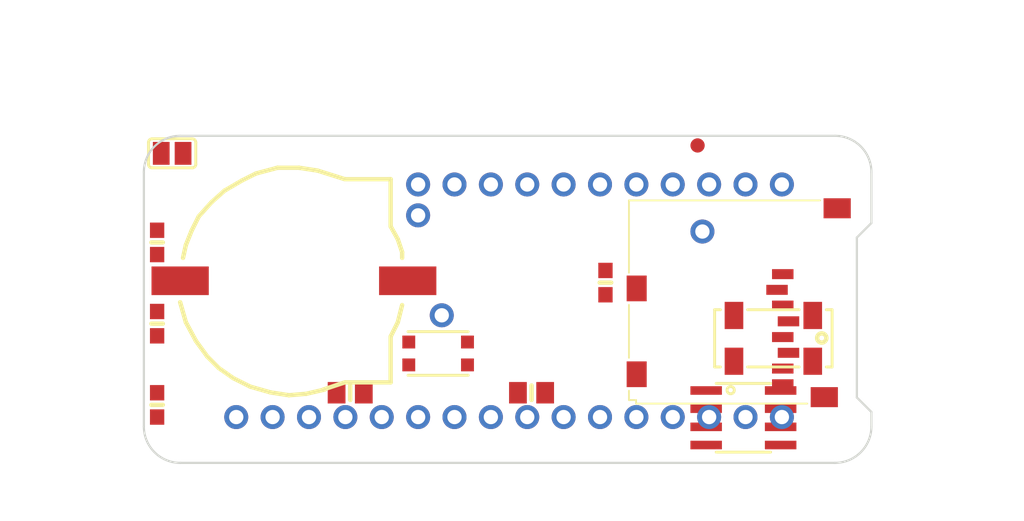
<source format=kicad_pcb>
 ( kicad_pcb  ( version 20171130 )
 ( host pcbnew "(5.1.4-0-10_14)" )
 ( general  ( thickness 1.6 )
 ( drawings 19 )
 ( tracks 0 )
 ( zones 0 )
 ( modules 18 )
 ( nets 35 )
)
 ( page A4 )
 ( layers  ( 0 Top signal )
 ( 31 Bottom signal )
 ( 32 B.Adhes user )
 ( 33 F.Adhes user )
 ( 34 B.Paste user )
 ( 35 F.Paste user )
 ( 36 B.SilkS user )
 ( 37 F.SilkS user )
 ( 38 B.Mask user )
 ( 39 F.Mask user )
 ( 40 Dwgs.User user )
 ( 41 Cmts.User user )
 ( 42 Eco1.User user )
 ( 43 Eco2.User user )
 ( 44 Edge.Cuts user )
 ( 45 Margin user )
 ( 46 B.CrtYd user hide )
 ( 47 F.CrtYd user )
 ( 48 B.Fab user )
 ( 49 F.Fab user )
)
 ( setup  ( last_trace_width 0.1524 )
 ( trace_clearance 0.1524 )
 ( zone_clearance 0.508 )
 ( zone_45_only no )
 ( trace_min 0.1524 )
 ( via_size 0.8001 )
 ( via_drill 0.4 )
 ( via_min_size 0.8001 )
 ( via_min_drill 0.3 )
 ( uvia_size 0.3 )
 ( uvia_drill 0.1 )
 ( uvias_allowed yes )
 ( uvia_min_size 0.2 )
 ( uvia_min_drill 0.1 )
 ( edge_width 0.05 )
 ( segment_width 0.2 )
 ( pcb_text_width 0.3 )
 ( pcb_text_size 1.5 1.5 )
 ( mod_edge_width 0.12 )
 ( mod_text_size 1 1 )
 ( mod_text_width 0.15 )
 ( pad_size 1.524 1.524 )
 ( pad_drill 0.762 )
 ( pad_to_mask_clearance 0.051 )
 ( solder_mask_min_width 0.25 )
 ( aux_axis_origin 0 0 )
 ( visible_elements FFFFEF7F )
 ( pcbplotparams  ( layerselection 0x010fc_ffffffff )
 ( usegerberextensions false )
 ( usegerberattributes false )
 ( usegerberadvancedattributes false )
 ( creategerberjobfile false )
 ( excludeedgelayer true )
 ( linewidth 0.100000 )
 ( plotframeref false )
 ( viasonmask false )
 ( mode 1 )
 ( useauxorigin false )
 ( hpglpennumber 1 )
 ( hpglpenspeed 20 )
 ( hpglpendiameter 15.000000 )
 ( psnegative false )
 ( psa4output false )
 ( plotreference true )
 ( plotvalue true )
 ( plotinvisibletext false )
 ( padsonsilk false )
 ( subtractmaskfromsilk false )
 ( outputformat 1 )
 ( mirror false )
 ( drillshape 1 )
 ( scaleselection 1 )
 ( outputdirectory "" )
)
)
 ( net 0 "" )
 ( net 1 G )
 ( net 2 TX )
 ( net 3 RX )
 ( net 4 F )
 ( net 5 E )
 ( net 6 D )
 ( net 7 C )
 ( net 8 B )
 ( net 9 A )
 ( net 10 AREF )
 ( net 11 USB )
 ( net 12 N )
 ( net 13 M )
 ( net 14 L )
 ( net 15 J )
 ( net 16 I )
 ( net 17 H )
 ( net 18 SCL )
 ( net 19 SDA )
 ( net 20 GND )
 ( net 21 MOSI )
 ( net 22 MISO )
 ( net 23 SCK )
 ( net 24 +3V3 )
 ( net 25 SD_CS )
 ( net 26 RESET )
 ( net 27 N$7 )
 ( net 28 N$8 )
 ( net 29 VBAT )
 ( net 30 EN )
 ( net 31 CR1220 )
 ( net 32 INT1 )
 ( net 33 CS )
 ( net 34 N$1 )
 ( net_class Default "This is the default net class."  ( clearance 0.1524 )
 ( trace_width 0.1524 )
 ( via_dia 0.8001 )
 ( via_drill 0.4 )
 ( uvia_dia 0.3 )
 ( uvia_drill 0.1 )
 ( add_net +3V3 )
 ( add_net A )
 ( add_net AREF )
 ( add_net B )
 ( add_net C )
 ( add_net CR1220 )
 ( add_net CS )
 ( add_net D )
 ( add_net E )
 ( add_net EN )
 ( add_net F )
 ( add_net G )
 ( add_net GND )
 ( add_net H )
 ( add_net I )
 ( add_net INT1 )
 ( add_net J )
 ( add_net L )
 ( add_net M )
 ( add_net MISO )
 ( add_net MOSI )
 ( add_net N )
 ( add_net N$1 )
 ( add_net N$7 )
 ( add_net N$8 )
 ( add_net RESET )
 ( add_net RX )
 ( add_net SCK )
 ( add_net SCL )
 ( add_net SDA )
 ( add_net SD_CS )
 ( add_net TX )
 ( add_net USB )
 ( add_net VBAT )
)
 ( module MICROSD locked  ( layer Top )
 ( tedit 5ECD63E1 )
 ( tstamp 5D7BF619 )
 ( at 167.232000 105.256000 90.000000 )
 ( descr "Courtesy: Adafruit Industries" )
 ( fp_text reference X4  ( at -5.805 -2.47 90 )
 ( layer F.SilkS )
hide  ( effects  ( font  ( size 0.77216 0.77216 )
 ( thickness 0.146304 )
)
 ( justify left bottom )
)
)
 ( fp_text value microsd  ( at -5.805 -1.327 90 )
 ( layer F.Fab )
hide  ( effects  ( font  ( size 0.38608 0.38608 )
 ( thickness 0.04064 )
)
 ( justify left bottom )
)
)
 ( fp_line  ( start 7.165 -10.26 )
 ( end 7.165 3.09 )
 ( layer F.SilkS )
 ( width 0.127 )
)
 ( fp_line  ( start 2.115 -10.26 )
 ( end 7.165 -10.26 )
 ( layer F.SilkS )
 ( width 0.127 )
)
 ( fp_line  ( start -3.835 -10.26 )
 ( end -0.135 -10.26 )
 ( layer F.SilkS )
 ( width 0.127 )
)
 ( fp_line  ( start -7.035 -9.76 )
 ( end -7.035 2.19 )
 ( layer F.SilkS )
 ( width 0.127 )
)
 ( fp_line  ( start -6.785 -9.76 )
 ( end -7.035 -9.76 )
 ( layer F.SilkS )
 ( width 0.127 )
)
 ( fp_line  ( start -6.785 -10.26 )
 ( end -6.785 -9.76 )
 ( layer F.SilkS )
 ( width 0.127 )
)
 ( fp_line  ( start -6.135 -10.26 )
 ( end -6.785 -10.26 )
 ( layer F.SilkS )
 ( width 0.127 )
)
 ( fp_line  ( start 4.305 9.36 )
 ( end 4.305 6.51 )
 ( layer F.Fab )
 ( width 0.1 )
)
 ( fp_arc  ( start 3.455 9.36 )
 ( end 3.455 10.21 )
 ( angle -90 )
 ( layer F.Fab )
 ( width 0.1 )
)
 ( fp_line  ( start -5.845 10.21 )
 ( end 3.455 10.21 )
 ( layer F.Fab )
 ( width 0.1 )
)
 ( fp_arc  ( start -5.845 9.36 )
 ( end -6.695 9.36 )
 ( angle -90 )
 ( layer F.Fab )
 ( width 0.1 )
)
 ( fp_line  ( start -6.695 6.56 )
 ( end -6.695 9.36 )
 ( layer F.Fab )
 ( width 0.1 )
)
 ( fp_arc  ( start 3.455 5.91 )
 ( end 3.455 6.76 )
 ( angle -90 )
 ( layer F.Fab )
 ( width 0.1 )
)
 ( fp_line  ( start -5.845 6.76 )
 ( end 3.455 6.76 )
 ( layer F.Fab )
 ( width 0.1 )
)
 ( fp_arc  ( start -5.845 5.91 )
 ( end -6.695 5.91 )
 ( angle -90 )
 ( layer F.Fab )
 ( width 0.1 )
)
 ( fp_line  ( start -6.695 5.76 )
 ( end -6.695 5.91 )
 ( layer F.Fab )
 ( width 0.1 )
)
 ( fp_line  ( start 4.305 5.26 )
 ( end 4.305 3.96 )
 ( layer F.Fab )
 ( width 0.1 )
)
 ( fp_arc  ( start 3.555 5.26 )
 ( end 3.555 6.01 )
 ( angle -90 )
 ( layer F.Fab )
 ( width 0.1 )
)
 ( fp_line  ( start -5.895 6.01 )
 ( end 3.555 6.01 )
 ( layer F.Fab )
 ( width 0.1 )
)
 ( fp_arc  ( start -5.895 5.26 )
 ( end -6.645 5.26 )
 ( angle -90 )
 ( layer F.Fab )
 ( width 0.1 )
)
 ( fp_line  ( start -6.645 3.96 )
 ( end -6.645 5.26 )
 ( layer F.Fab )
 ( width 0.1 )
)
 ( fp_line  ( start 2.205 1.01 )
 ( end 2.205 -0.34 )
 ( layer F.Fab )
 ( width 0.1 )
)
 ( fp_line  ( start 1.805 1.01 )
 ( end 2.205 1.01 )
 ( layer F.Fab )
 ( width 0.1 )
)
 ( fp_line  ( start 1.805 -0.39 )
 ( end 1.805 1.01 )
 ( layer F.Fab )
 ( width 0.1 )
)
 ( fp_line  ( start 1.105 0.66 )
 ( end 1.105 -0.39 )
 ( layer F.Fab )
 ( width 0.1 )
)
 ( fp_line  ( start 0.705 0.66 )
 ( end 1.105 0.66 )
 ( layer F.Fab )
 ( width 0.1 )
)
 ( fp_line  ( start 0.705 -0.39 )
 ( end 0.705 0.66 )
 ( layer F.Fab )
 ( width 0.1 )
)
 ( fp_line  ( start 0.005 1.06 )
 ( end 0.005 -0.34 )
 ( layer F.Fab )
 ( width 0.1 )
)
 ( fp_line  ( start -0.395 1.06 )
 ( end 0.005 1.06 )
 ( layer F.Fab )
 ( width 0.1 )
)
 ( fp_line  ( start -0.395 -0.39 )
 ( end -0.395 1.06 )
 ( layer F.Fab )
 ( width 0.1 )
)
 ( fp_line  ( start -1.095 1.21 )
 ( end -1.445 1.21 )
 ( layer F.Fab )
 ( width 0.1 )
)
 ( fp_line  ( start -1.095 -0.24 )
 ( end -1.095 1.21 )
 ( layer F.Fab )
 ( width 0.1 )
)
 ( fp_line  ( start -0.745 -0.24 )
 ( end -0.745 -0.39 )
 ( layer F.Fab )
 ( width 0.1 )
)
 ( fp_line  ( start -1.095 -0.24 )
 ( end -0.745 -0.24 )
 ( layer F.Fab )
 ( width 0.1 )
)
 ( fp_line  ( start -1.495 -0.24 )
 ( end -1.095 -0.24 )
 ( layer F.Fab )
 ( width 0.1 )
)
 ( fp_line  ( start -2.195 1.06 )
 ( end -2.195 -0.24 )
 ( layer F.Fab )
 ( width 0.1 )
)
 ( fp_line  ( start -2.595 1.06 )
 ( end -2.195 1.06 )
 ( layer F.Fab )
 ( width 0.1 )
)
 ( fp_line  ( start -2.595 -0.39 )
 ( end -2.595 1.06 )
 ( layer F.Fab )
 ( width 0.1 )
)
 ( fp_line  ( start -3.245 1.26 )
 ( end -3.245 -0.19 )
 ( layer F.Fab )
 ( width 0.1 )
)
 ( fp_line  ( start -3.695 1.26 )
 ( end -3.245 1.26 )
 ( layer F.Fab )
 ( width 0.1 )
)
 ( fp_line  ( start -3.695 -0.19 )
 ( end -3.695 1.26 )
 ( layer F.Fab )
 ( width 0.1 )
)
 ( fp_line  ( start -2.945 -0.19 )
 ( end -2.945 -0.39 )
 ( layer F.Fab )
 ( width 0.1 )
)
 ( fp_line  ( start -3.245 -0.19 )
 ( end -2.945 -0.19 )
 ( layer F.Fab )
 ( width 0.1 )
)
 ( fp_line  ( start -3.695 -0.19 )
 ( end -3.245 -0.19 )
 ( layer F.Fab )
 ( width 0.1 )
)
 ( fp_line  ( start -4.045 -0.19 )
 ( end -3.695 -0.19 )
 ( layer F.Fab )
 ( width 0.1 )
)
 ( fp_line  ( start -4.045 -0.39 )
 ( end -4.045 -0.19 )
 ( layer F.Fab )
 ( width 0.1 )
)
 ( fp_line  ( start -4.395 1.01 )
 ( end -4.395 -0.39 )
 ( layer F.Fab )
 ( width 0.1 )
)
 ( fp_line  ( start -4.795 1.01 )
 ( end -4.395 1.01 )
 ( layer F.Fab )
 ( width 0.1 )
)
 ( fp_line  ( start -4.795 -0.39 )
 ( end -4.795 1.01 )
 ( layer F.Fab )
 ( width 0.1 )
)
 ( fp_line  ( start -5.495 1.01 )
 ( end -5.495 -0.39 )
 ( layer F.Fab )
 ( width 0.1 )
)
 ( fp_line  ( start -5.895 1.01 )
 ( end -5.495 1.01 )
 ( layer F.Fab )
 ( width 0.1 )
)
 ( fp_line  ( start -5.895 -0.34 )
 ( end -5.895 1.01 )
 ( layer F.Fab )
 ( width 0.1 )
)
 ( fp_line  ( start 1.405 -9.39 )
 ( end 1.405 -9.99 )
 ( layer F.Fab )
 ( width 0.1 )
)
 ( fp_line  ( start 1.305 -9.39 )
 ( end 1.405 -9.39 )
 ( layer F.Fab )
 ( width 0.1 )
)
 ( fp_line  ( start 0.205 -9.39 )
 ( end 0.205 -9.99 )
 ( layer F.Fab )
 ( width 0.1 )
)
 ( fp_line  ( start 0.405 -9.39 )
 ( end 0.205 -9.39 )
 ( layer F.Fab )
 ( width 0.1 )
)
 ( fp_line  ( start 1.305 -9.24 )
 ( end 1.555 -9.24 )
 ( layer F.Fab )
 ( width 0.1 )
)
 ( fp_line  ( start 0.405 -9.24 )
 ( end 0.105 -9.24 )
 ( layer F.Fab )
 ( width 0.1 )
)
 ( fp_line  ( start 0.155 -4.24 )
 ( end 1.455 -4.24 )
 ( layer F.Fab )
 ( width 0.1 )
)
 ( fp_line  ( start 0.405 -9.69 )
 ( end 0.155 -4.24 )
 ( layer F.Fab )
 ( width 0.1 )
)
 ( fp_line  ( start 0.405 -9.74 )
 ( end 0.405 -9.69 )
 ( layer F.Fab )
 ( width 0.1 )
)
 ( fp_arc  ( start 0.555 -9.69 )
 ( end 0.605 -9.84 )
 ( angle -90 )
 ( layer F.Fab )
 ( width 0.1 )
)
 ( fp_line  ( start 0.605 -8.89 )
 ( end 0.605 -9.84 )
 ( layer F.Fab )
 ( width 0.1 )
)
 ( fp_arc  ( start 0.855 -8.89 )
 ( end 0.855 -8.64 )
 ( angle 90 )
 ( layer F.Fab )
 ( width 0.1 )
)
 ( fp_line  ( start 0.805 -8.64 )
 ( end 0.855 -8.64 )
 ( layer F.Fab )
 ( width 0.1 )
)
 ( fp_arc  ( start 0.805 -8.89 )
 ( end 1.055 -8.89 )
 ( angle 90 )
 ( layer F.Fab )
 ( width 0.1 )
)
 ( fp_line  ( start 1.055 -9.84 )
 ( end 1.055 -8.89 )
 ( layer F.Fab )
 ( width 0.1 )
)
 ( fp_arc  ( start 1.055 -9.64 )
 ( end 1.255 -9.64 )
 ( angle -90 )
 ( layer F.Fab )
 ( width 0.1 )
)
 ( fp_line  ( start 1.255 -9.59 )
 ( end 1.255 -9.64 )
 ( layer F.Fab )
 ( width 0.1 )
)
 ( fp_line  ( start 1.455 -4.24 )
 ( end 1.255 -9.59 )
 ( layer F.Fab )
 ( width 0.1 )
)
 ( fp_arc  ( start 1.605 -4.24 )
 ( end 1.605 -4.09 )
 ( angle 90 )
 ( layer F.Fab )
 ( width 0.1 )
)
 ( fp_arc  ( start 1.605 -4.24 )
 ( end 1.755 -4.24 )
 ( angle 90 )
 ( layer F.Fab )
 ( width 0.1 )
)
 ( fp_line  ( start 1.755 -4.29 )
 ( end 1.755 -4.24 )
 ( layer F.Fab )
 ( width 0.1 )
)
 ( fp_line  ( start 1.505 -10.19 )
 ( end 1.755 -4.29 )
 ( layer F.Fab )
 ( width 0.1 )
)
 ( fp_line  ( start 0.155 -10.04 )
 ( end 1.505 -10.04 )
 ( layer F.Fab )
 ( width 0.1 )
)
 ( fp_line  ( start -0.145 -4.24 )
 ( end 0.105 -10.19 )
 ( layer F.Fab )
 ( width 0.1 )
)
 ( fp_arc  ( start 0.005 -4.24 )
 ( end 0.005 -4.09 )
 ( angle 90 )
 ( layer F.Fab )
 ( width 0.1 )
)
 ( fp_arc  ( start 0.005 -4.24 )
 ( end 0.155 -4.24 )
 ( angle 90 )
 ( layer F.Fab )
 ( width 0.1 )
)
 ( fp_line  ( start -4.295 -9.39 )
 ( end -4.295 -9.99 )
 ( layer F.Fab )
 ( width 0.1 )
)
 ( fp_line  ( start -4.395 -9.39 )
 ( end -4.295 -9.39 )
 ( layer F.Fab )
 ( width 0.1 )
)
 ( fp_line  ( start -5.495 -9.39 )
 ( end -5.495 -9.99 )
 ( layer F.Fab )
 ( width 0.1 )
)
 ( fp_line  ( start -5.295 -9.39 )
 ( end -5.495 -9.39 )
 ( layer F.Fab )
 ( width 0.1 )
)
 ( fp_line  ( start -4.395 -9.24 )
 ( end -4.145 -9.24 )
 ( layer F.Fab )
 ( width 0.1 )
)
 ( fp_line  ( start -5.295 -9.24 )
 ( end -5.595 -9.24 )
 ( layer F.Fab )
 ( width 0.1 )
)
 ( fp_line  ( start -5.545 -4.24 )
 ( end -4.245 -4.24 )
 ( layer F.Fab )
 ( width 0.1 )
)
 ( fp_line  ( start -5.295 -9.69 )
 ( end -5.545 -4.24 )
 ( layer F.Fab )
 ( width 0.1 )
)
 ( fp_line  ( start -5.295 -9.74 )
 ( end -5.295 -9.69 )
 ( layer F.Fab )
 ( width 0.1 )
)
 ( fp_arc  ( start -5.145 -9.69 )
 ( end -5.095 -9.84 )
 ( angle -90 )
 ( layer F.Fab )
 ( width 0.1 )
)
 ( fp_line  ( start -5.095 -8.89 )
 ( end -5.095 -9.84 )
 ( layer F.Fab )
 ( width 0.1 )
)
 ( fp_arc  ( start -4.845 -8.89 )
 ( end -4.845 -8.64 )
 ( angle 90 )
 ( layer F.Fab )
 ( width 0.1 )
)
 ( fp_line  ( start -4.895 -8.64 )
 ( end -4.845 -8.64 )
 ( layer F.Fab )
 ( width 0.1 )
)
 ( fp_arc  ( start -4.895 -8.89 )
 ( end -4.645 -8.89 )
 ( angle 90 )
 ( layer F.Fab )
 ( width 0.1 )
)
 ( fp_line  ( start -4.645 -9.84 )
 ( end -4.645 -8.89 )
 ( layer F.Fab )
 ( width 0.1 )
)
 ( fp_arc  ( start -4.645 -9.64 )
 ( end -4.445 -9.64 )
 ( angle -90 )
 ( layer F.Fab )
 ( width 0.1 )
)
 ( fp_line  ( start -4.445 -9.59 )
 ( end -4.445 -9.64 )
 ( layer F.Fab )
 ( width 0.1 )
)
 ( fp_line  ( start -4.245 -4.24 )
 ( end -4.445 -9.59 )
 ( layer F.Fab )
 ( width 0.1 )
)
 ( fp_arc  ( start -4.095 -4.24 )
 ( end -4.095 -4.09 )
 ( angle 90 )
 ( layer F.Fab )
 ( width 0.1 )
)
 ( fp_arc  ( start -4.095 -4.24 )
 ( end -3.945 -4.24 )
 ( angle 90 )
 ( layer F.Fab )
 ( width 0.1 )
)
 ( fp_line  ( start -3.945 -4.29 )
 ( end -3.945 -4.24 )
 ( layer F.Fab )
 ( width 0.1 )
)
 ( fp_line  ( start -4.195 -10.19 )
 ( end -3.945 -4.29 )
 ( layer F.Fab )
 ( width 0.1 )
)
 ( fp_line  ( start -5.545 -10.04 )
 ( end -4.195 -10.04 )
 ( layer F.Fab )
 ( width 0.1 )
)
 ( fp_line  ( start -5.845 -4.24 )
 ( end -5.595 -10.19 )
 ( layer F.Fab )
 ( width 0.1 )
)
 ( fp_arc  ( start -5.695 -4.24 )
 ( end -5.695 -4.09 )
 ( angle 90 )
 ( layer F.Fab )
 ( width 0.1 )
)
 ( fp_arc  ( start -5.695 -4.24 )
 ( end -5.545 -4.24 )
 ( angle 90 )
 ( layer F.Fab )
 ( width 0.1 )
)
 ( fp_line  ( start 3.005 -3.79 )
 ( end 3.005 -6.29 )
 ( layer F.Fab )
 ( width 0.1 )
)
 ( fp_arc  ( start 3.205 -3.79 )
 ( end 3.205 -3.59 )
 ( angle 90 )
 ( layer F.Fab )
 ( width 0.1 )
)
 ( fp_line  ( start 3.255 -3.59 )
 ( end 3.205 -3.59 )
 ( layer F.Fab )
 ( width 0.1 )
)
 ( fp_arc  ( start 3.255 -3.84 )
 ( end 3.505 -3.84 )
 ( angle 90 )
 ( layer F.Fab )
 ( width 0.1 )
)
 ( fp_line  ( start 3.505 -6.29 )
 ( end 3.505 -3.84 )
 ( layer F.Fab )
 ( width 0.1 )
)
 ( fp_arc  ( start 3.305 -6.29 )
 ( end 3.305 -6.49 )
 ( angle 90 )
 ( layer F.Fab )
 ( width 0.1 )
)
 ( fp_line  ( start 3.205 -6.49 )
 ( end 3.305 -6.49 )
 ( layer F.Fab )
 ( width 0.1 )
)
 ( fp_arc  ( start 3.205 -6.29 )
 ( end 3.005 -6.29 )
 ( angle 90 )
 ( layer F.Fab )
 ( width 0.1 )
)
 ( fp_arc  ( start -5.695 -0.04 )
 ( end -6.045 -0.04 )
 ( angle 90 )
 ( layer F.Fab )
 ( width 0.1 )
)
 ( fp_line  ( start -6.045 1.06 )
 ( end -6.045 -0.04 )
 ( layer F.Fab )
 ( width 0.1 )
)
 ( fp_arc  ( start -5.695 1.06 )
 ( end -5.695 1.41 )
 ( angle 90 )
 ( layer F.Fab )
 ( width 0.1 )
)
 ( fp_line  ( start -2.495 1.41 )
 ( end -5.695 1.41 )
 ( layer F.Fab )
 ( width 0.1 )
)
 ( fp_arc  ( start -2.495 1.06 )
 ( end -2.145 1.06 )
 ( angle 90 )
 ( layer F.Fab )
 ( width 0.1 )
)
 ( fp_line  ( start -2.145 -0.14 )
 ( end -2.145 1.06 )
 ( layer F.Fab )
 ( width 0.1 )
)
 ( fp_arc  ( start -2.395 -0.14 )
 ( end -2.395 -0.39 )
 ( angle 90 )
 ( layer F.Fab )
 ( width 0.1 )
)
 ( fp_line  ( start -2.595 -0.39 )
 ( end -2.395 -0.39 )
 ( layer F.Fab )
 ( width 0.1 )
)
 ( fp_line  ( start -2.945 -0.39 )
 ( end -2.595 -0.39 )
 ( layer F.Fab )
 ( width 0.1 )
)
 ( fp_line  ( start -4.045 -0.39 )
 ( end -2.945 -0.39 )
 ( layer F.Fab )
 ( width 0.1 )
)
 ( fp_line  ( start -4.395 -0.39 )
 ( end -4.045 -0.39 )
 ( layer F.Fab )
 ( width 0.1 )
)
 ( fp_line  ( start -4.795 -0.39 )
 ( end -4.395 -0.39 )
 ( layer F.Fab )
 ( width 0.1 )
)
 ( fp_line  ( start -5.495 -0.39 )
 ( end -4.795 -0.39 )
 ( layer F.Fab )
 ( width 0.1 )
)
 ( fp_line  ( start -5.695 -0.39 )
 ( end -5.495 -0.39 )
 ( layer F.Fab )
 ( width 0.1 )
)
 ( fp_arc  ( start -1.245 -0.09 )
 ( end -1.545 -0.09 )
 ( angle 90 )
 ( layer F.Fab )
 ( width 0.1 )
)
 ( fp_line  ( start -1.545 1.06 )
 ( end -1.545 -0.09 )
 ( layer F.Fab )
 ( width 0.1 )
)
 ( fp_arc  ( start -1.195 1.06 )
 ( end -1.195 1.41 )
 ( angle 90 )
 ( layer F.Fab )
 ( width 0.1 )
)
 ( fp_line  ( start 2.005 1.41 )
 ( end -1.195 1.41 )
 ( layer F.Fab )
 ( width 0.1 )
)
 ( fp_arc  ( start 2.005 1.06 )
 ( end 2.355 1.06 )
 ( angle 90 )
 ( layer F.Fab )
 ( width 0.1 )
)
 ( fp_line  ( start 2.355 -0.09 )
 ( end 2.355 1.06 )
 ( layer F.Fab )
 ( width 0.1 )
)
 ( fp_arc  ( start 2.055 -0.09 )
 ( end 2.055 -0.39 )
 ( angle 90 )
 ( layer F.Fab )
 ( width 0.1 )
)
 ( fp_line  ( start 1.805 -0.39 )
 ( end 2.055 -0.39 )
 ( layer F.Fab )
 ( width 0.1 )
)
 ( fp_line  ( start 1.105 -0.39 )
 ( end 1.805 -0.39 )
 ( layer F.Fab )
 ( width 0.1 )
)
 ( fp_line  ( start 0.705 -0.39 )
 ( end 1.105 -0.39 )
 ( layer F.Fab )
 ( width 0.1 )
)
 ( fp_line  ( start -0.395 -0.39 )
 ( end 0.705 -0.39 )
 ( layer F.Fab )
 ( width 0.1 )
)
 ( fp_line  ( start -0.745 -0.39 )
 ( end -0.395 -0.39 )
 ( layer F.Fab )
 ( width 0.1 )
)
 ( fp_line  ( start -1.245 -0.39 )
 ( end -0.745 -0.39 )
 ( layer F.Fab )
 ( width 0.1 )
)
 ( fp_line  ( start 4.955 -3.69 )
 ( end 7.055 -3.69 )
 ( layer F.Fab )
 ( width 0.1 )
)
 ( fp_arc  ( start 4.955 -3.34 )
 ( end 4.605 -3.34 )
 ( angle 90 )
 ( layer F.Fab )
 ( width 0.1 )
)
 ( fp_line  ( start 4.605 -2.04 )
 ( end 4.605 -3.34 )
 ( layer F.Fab )
 ( width 0.1 )
)
 ( fp_arc  ( start 4.655 -2.04 )
 ( end 4.655 -1.99 )
 ( angle 90 )
 ( layer F.Fab )
 ( width 0.1 )
)
 ( fp_line  ( start 4.855 -1.79 )
 ( end 4.655 -1.99 )
 ( layer F.Fab )
 ( width 0.1 )
)
 ( fp_line  ( start 4.855 2.16 )
 ( end 4.855 -1.79 )
 ( layer F.Fab )
 ( width 0.1 )
)
 ( fp_arc  ( start 5.055 2.16 )
 ( end 5.055 2.36 )
 ( angle 90 )
 ( layer F.Fab )
 ( width 0.1 )
)
 ( fp_line  ( start 5.105 2.36 )
 ( end 5.055 2.36 )
 ( layer F.Fab )
 ( width 0.1 )
)
 ( fp_arc  ( start 5.105 2.16 )
 ( end 5.305 2.16 )
 ( angle 90 )
 ( layer F.Fab )
 ( width 0.1 )
)
 ( fp_line  ( start 5.455 -1.99 )
 ( end 5.305 2.16 )
 ( layer F.Fab )
 ( width 0.1 )
)
 ( fp_arc  ( start 5.255 -1.99 )
 ( end 5.255 -2.19 )
 ( angle 90 )
 ( layer F.Fab )
 ( width 0.1 )
)
 ( fp_line  ( start 5.205 -2.19 )
 ( end 5.255 -2.19 )
 ( layer F.Fab )
 ( width 0.1 )
)
 ( fp_arc  ( start 5.205 -2.34 )
 ( end 5.055 -2.34 )
 ( angle -90 )
 ( layer F.Fab )
 ( width 0.1 )
)
 ( fp_line  ( start 5.055 -3.14 )
 ( end 5.055 -2.34 )
 ( layer F.Fab )
 ( width 0.1 )
)
 ( fp_arc  ( start 5.205 -3.14 )
 ( end 5.205 -3.29 )
 ( angle -90 )
 ( layer F.Fab )
 ( width 0.1 )
)
 ( fp_line  ( start 6.255 -3.29 )
 ( end 5.205 -3.29 )
 ( layer F.Fab )
 ( width 0.1 )
)
 ( fp_arc  ( start 6.255 -3.14 )
 ( end 6.405 -3.14 )
 ( angle -90 )
 ( layer F.Fab )
 ( width 0.1 )
)
 ( fp_line  ( start 6.405 -2.44 )
 ( end 6.405 -3.14 )
 ( layer F.Fab )
 ( width 0.1 )
)
 ( fp_arc  ( start 6.155 -2.44 )
 ( end 6.155 -2.19 )
 ( angle -90 )
 ( layer F.Fab )
 ( width 0.1 )
)
 ( fp_arc  ( start 6.155 -2.04 )
 ( end 6.005 -2.04 )
 ( angle 90 )
 ( layer F.Fab )
 ( width 0.1 )
)
 ( fp_line  ( start 6.105 2.16 )
 ( end 6.005 -2.04 )
 ( layer F.Fab )
 ( width 0.1 )
)
 ( fp_arc  ( start 6.305 2.16 )
 ( end 6.305 2.36 )
 ( angle 90 )
 ( layer F.Fab )
 ( width 0.1 )
)
 ( fp_line  ( start 7.055 2.36 )
 ( end 6.305 2.36 )
 ( layer F.Fab )
 ( width 0.1 )
)
 ( fp_arc  ( start 6.755 3.86 )
 ( end 6.955 3.86 )
 ( angle -90 )
 ( layer F.Fab )
 ( width 0.1 )
)
 ( fp_arc  ( start 6.805 3.86 )
 ( end 6.805 4.01 )
 ( angle -90 )
 ( layer F.Fab )
 ( width 0.1 )
)
 ( fp_line  ( start 6.755 4.01 )
 ( end 6.805 4.01 )
 ( layer F.Fab )
 ( width 0.1 )
)
 ( fp_arc  ( start 6.755 4.16 )
 ( end 6.605 4.16 )
 ( angle 90 )
 ( layer F.Fab )
 ( width 0.1 )
)
 ( fp_line  ( start 6.605 4.46 )
 ( end 6.605 4.16 )
 ( layer F.Fab )
 ( width 0.1 )
)
 ( fp_arc  ( start 6.755 4.46 )
 ( end 6.755 4.61 )
 ( angle 90 )
 ( layer F.Fab )
 ( width 0.1 )
)
 ( fp_line  ( start 6.805 4.61 )
 ( end 6.755 4.61 )
 ( layer F.Fab )
 ( width 0.1 )
)
 ( fp_arc  ( start 6.805 4.76 )
 ( end 6.955 4.76 )
 ( angle -90 )
 ( layer F.Fab )
 ( width 0.1 )
)
 ( fp_line  ( start 6.955 4.86 )
 ( end 6.955 4.76 )
 ( layer F.Fab )
 ( width 0.1 )
)
 ( fp_line  ( start 6.355 3.66 )
 ( end 6.355 4.96 )
 ( layer F.Fab )
 ( width 0.1 )
)
 ( fp_line  ( start 6.655 3.51 )
 ( end 6.655 3.31 )
 ( layer F.Fab )
 ( width 0.1 )
)
 ( fp_line  ( start 6.655 3.51 )
 ( end 6.805 3.51 )
 ( layer F.Fab )
 ( width 0.1 )
)
 ( fp_line  ( start 6.005 3.51 )
 ( end 6.655 3.51 )
 ( layer F.Fab )
 ( width 0.1 )
)
 ( fp_line  ( start 6.805 3.31 )
 ( end 6.805 3.51 )
 ( layer F.Fab )
 ( width 0.1 )
)
 ( fp_line  ( start 4.355 4.36 )
 ( end 3.855 3.81 )
 ( layer F.Fab )
 ( width 0.1 )
)
 ( fp_line  ( start 4.555 4.36 )
 ( end 4.355 4.36 )
 ( layer F.Fab )
 ( width 0.1 )
)
 ( fp_arc  ( start 4.505 4.76 )
 ( end 4.355 4.76 )
 ( angle 90 )
 ( layer F.Fab )
 ( width 0.1 )
)
 ( fp_line  ( start 4.505 4.91 )
 ( end 4.355 4.76 )
 ( layer F.Fab )
 ( width 0.1 )
)
 ( fp_line  ( start 3.505 4.76 )
 ( end 4.355 4.76 )
 ( layer F.Fab )
 ( width 0.1 )
)
 ( fp_line  ( start 4.005 4.56 )
 ( end 3.505 4.56 )
 ( layer F.Fab )
 ( width 0.1 )
)
 ( fp_line  ( start 4.005 4.56 )
 ( end 4.505 4.56 )
 ( layer F.Fab )
 ( width 0.1 )
)
 ( fp_line  ( start 3.505 4.06 )
 ( end 4.005 4.56 )
 ( layer F.Fab )
 ( width 0.1 )
)
 ( fp_line  ( start 3.505 3.71 )
 ( end 3.505 4.06 )
 ( layer F.Fab )
 ( width 0.1 )
)
 ( fp_line  ( start 3.505 4.36 )
 ( end 3.755 4.36 )
 ( layer F.Fab )
 ( width 0.1 )
)
 ( fp_line  ( start 3.505 4.56 )
 ( end 3.505 4.36 )
 ( layer F.Fab )
 ( width 0.1 )
)
 ( fp_line  ( start 3.505 4.76 )
 ( end 3.505 4.56 )
 ( layer F.Fab )
 ( width 0.1 )
)
 ( fp_line  ( start 3.505 4.96 )
 ( end 3.505 4.76 )
 ( layer F.Fab )
 ( width 0.1 )
)
 ( fp_line  ( start 2.555 4.96 )
 ( end 2.555 3.46 )
 ( layer F.Fab )
 ( width 0.1 )
)
 ( fp_line  ( start 3.505 4.96 )
 ( end 2.555 4.96 )
 ( layer F.Fab )
 ( width 0.1 )
)
 ( fp_line  ( start 4.805 4.96 )
 ( end 3.505 4.96 )
 ( layer F.Fab )
 ( width 0.1 )
)
 ( fp_line  ( start 7.055 -7.84 )
 ( end 7.055 -10.19 )
 ( layer F.Fab )
 ( width 0.1 )
)
 ( fp_line  ( start 7.105 -7.84 )
 ( end 7.055 -7.84 )
 ( layer F.Fab )
 ( width 0.1 )
)
 ( fp_line  ( start 7.105 -6.79 )
 ( end 7.105 -7.84 )
 ( layer F.Fab )
 ( width 0.1 )
)
 ( fp_line  ( start 7.055 -6.79 )
 ( end 7.105 -6.79 )
 ( layer F.Fab )
 ( width 0.1 )
)
 ( fp_line  ( start 7.055 -3.69 )
 ( end 7.055 -6.79 )
 ( layer F.Fab )
 ( width 0.1 )
)
 ( fp_line  ( start 7.055 -2.64 )
 ( end 7.055 -3.69 )
 ( layer F.Fab )
 ( width 0.1 )
)
 ( fp_line  ( start 7.105 -2.64 )
 ( end 7.055 -2.64 )
 ( layer F.Fab )
 ( width 0.1 )
)
 ( fp_line  ( start 7.105 -1.59 )
 ( end 7.105 -2.64 )
 ( layer F.Fab )
 ( width 0.1 )
)
 ( fp_line  ( start 7.055 -1.59 )
 ( end 7.105 -1.59 )
 ( layer F.Fab )
 ( width 0.1 )
)
 ( fp_line  ( start 7.055 1.36 )
 ( end 7.055 -1.59 )
 ( layer F.Fab )
 ( width 0.1 )
)
 ( fp_line  ( start 7.105 1.36 )
 ( end 7.055 1.36 )
 ( layer F.Fab )
 ( width 0.1 )
)
 ( fp_line  ( start 7.105 2.36 )
 ( end 7.105 1.36 )
 ( layer F.Fab )
 ( width 0.1 )
)
 ( fp_line  ( start 7.055 2.36 )
 ( end 7.105 2.36 )
 ( layer F.Fab )
 ( width 0.1 )
)
 ( fp_line  ( start 7.055 3.26 )
 ( end 7.055 2.36 )
 ( layer F.Fab )
 ( width 0.1 )
)
 ( fp_line  ( start 6.155 3.26 )
 ( end 7.055 3.26 )
 ( layer F.Fab )
 ( width 0.1 )
)
 ( fp_arc  ( start 6.155 3.46 )
 ( end 5.955 3.46 )
 ( angle 90 )
 ( layer F.Fab )
 ( width 0.1 )
)
 ( fp_arc  ( start 6.155 3.46 )
 ( end 6.155 3.66 )
 ( angle 90 )
 ( layer F.Fab )
 ( width 0.1 )
)
 ( fp_line  ( start 6.355 3.66 )
 ( end 6.155 3.66 )
 ( layer F.Fab )
 ( width 0.1 )
)
 ( fp_line  ( start 6.755 3.66 )
 ( end 6.355 3.66 )
 ( layer F.Fab )
 ( width 0.1 )
)
 ( fp_arc  ( start 6.755 3.91 )
 ( end 7.005 3.91 )
 ( angle -90 )
 ( layer F.Fab )
 ( width 0.1 )
)
 ( fp_line  ( start 7.005 4.71 )
 ( end 7.005 3.91 )
 ( layer F.Fab )
 ( width 0.1 )
)
 ( fp_arc  ( start 6.755 4.71 )
 ( end 6.955 4.86 )
 ( angle -36.869898 )
 ( layer F.Fab )
 ( width 0.1 )
)
 ( fp_arc  ( start 6.754999 4.709999 )
 ( end 6.755 4.96 )
 ( angle -53.130102 )
 ( layer F.Fab )
 ( width 0.1 )
)
 ( fp_line  ( start 6.355 4.96 )
 ( end 6.755 4.96 )
 ( layer F.Fab )
 ( width 0.1 )
)
 ( fp_line  ( start 4.805 4.96 )
 ( end 6.355 4.96 )
 ( layer F.Fab )
 ( width 0.1 )
)
 ( fp_arc  ( start 4.805 4.71 )
 ( end 4.555 4.71 )
 ( angle -90 )
 ( layer F.Fab )
 ( width 0.1 )
)
 ( fp_line  ( start 4.555 4.36 )
 ( end 4.555 4.71 )
 ( layer F.Fab )
 ( width 0.1 )
)
 ( fp_line  ( start 4.555 4.11 )
 ( end 4.555 4.36 )
 ( layer F.Fab )
 ( width 0.1 )
)
 ( fp_arc  ( start 4.455 4.11 )
 ( end 4.455 4.01 )
 ( angle 90 )
 ( layer F.Fab )
 ( width 0.1 )
)
 ( fp_arc  ( start -1.245 19.670621 )
 ( end -6.945 4.01 )
 ( angle 40 )
 ( layer F.Fab )
 ( width 0.1 )
)
 ( fp_line  ( start -6.945 -0.74 )
 ( end -6.945 4.01 )
 ( layer F.Fab )
 ( width 0.1 )
)
 ( fp_line  ( start -6.995 -0.74 )
 ( end -6.945 -0.74 )
 ( layer F.Fab )
 ( width 0.1 )
)
 ( fp_line  ( start -6.995 -2.04 )
 ( end -6.995 -0.74 )
 ( layer F.Fab )
 ( width 0.1 )
)
 ( fp_line  ( start -6.945 -2.04 )
 ( end -6.995 -2.04 )
 ( layer F.Fab )
 ( width 0.1 )
)
 ( fp_line  ( start -6.945 -7.09 )
 ( end -6.945 -2.04 )
 ( layer F.Fab )
 ( width 0.1 )
)
 ( fp_line  ( start -6.995 -7.09 )
 ( end -6.945 -7.09 )
 ( layer F.Fab )
 ( width 0.1 )
)
 ( fp_line  ( start -6.995 -8.44 )
 ( end -6.995 -7.09 )
 ( layer F.Fab )
 ( width 0.1 )
)
 ( fp_line  ( start -6.945 -8.44 )
 ( end -6.995 -8.44 )
 ( layer F.Fab )
 ( width 0.1 )
)
 ( fp_line  ( start -6.945 -9.69 )
 ( end -6.945 -8.44 )
 ( layer F.Fab )
 ( width 0.1 )
)
 ( fp_line  ( start -6.695 -9.69 )
 ( end -6.945 -9.69 )
 ( layer F.Fab )
 ( width 0.1 )
)
 ( fp_line  ( start -6.695 -10.19 )
 ( end -6.695 -9.69 )
 ( layer F.Fab )
 ( width 0.1 )
)
 ( fp_line  ( start -5.595 -10.19 )
 ( end -6.695 -10.19 )
 ( layer F.Fab )
 ( width 0.1 )
)
 ( fp_line  ( start -4.195 -10.19 )
 ( end -5.595 -10.19 )
 ( layer F.Fab )
 ( width 0.1 )
)
 ( fp_line  ( start 3.405 -10.19 )
 ( end -4.195 -10.19 )
 ( layer F.Fab )
 ( width 0.1 )
)
 ( fp_line  ( start 3.405 -9.89 )
 ( end 3.405 -10.19 )
 ( layer F.Fab )
 ( width 0.1 )
)
 ( fp_arc  ( start 3.605 -9.89 )
 ( end 3.605 -9.69 )
 ( angle 90 )
 ( layer F.Fab )
 ( width 0.1 )
)
 ( fp_arc  ( start 3.605 -9.89 )
 ( end 3.805 -9.89 )
 ( angle 90 )
 ( layer F.Fab )
 ( width 0.1 )
)
 ( fp_line  ( start 3.805 -10.19 )
 ( end 3.805 -9.89 )
 ( layer F.Fab )
 ( width 0.1 )
)
 ( fp_line  ( start 6.005 -10.19 )
 ( end 3.805 -10.19 )
 ( layer F.Fab )
 ( width 0.1 )
)
 ( fp_line  ( start 6.005 -9.89 )
 ( end 6.005 -10.19 )
 ( layer F.Fab )
 ( width 0.1 )
)
 ( fp_arc  ( start 6.205 -9.89 )
 ( end 6.205 -9.69 )
 ( angle 90 )
 ( layer F.Fab )
 ( width 0.1 )
)
 ( fp_arc  ( start 6.205 -9.89 )
 ( end 6.405 -9.89 )
 ( angle 90 )
 ( layer F.Fab )
 ( width 0.1 )
)
 ( fp_line  ( start 6.405 -10.19 )
 ( end 6.405 -9.89 )
 ( layer F.Fab )
 ( width 0.1 )
)
 ( fp_line  ( start 7.055 -10.19 )
 ( end 6.405 -10.19 )
 ( layer F.Fab )
 ( width 0.1 )
)
 ( fp_poly  ( pts  ( xy 7.165 -10.26 )
 ( xy 7.215 5.04 )
 ( xy 4.615 5.04 )
 ( xy 4.615 11.24 )
 ( xy -6.86 11.19 )
 ( xy -6.91 -9.81 )
 ( xy -6.785 -9.76 )
 ( xy -6.785 -10.26 )
)
 ( layer F.CrtYd )
 ( width 0.1 )
)
 ( pad 1 smd rect  ( at 2.015 0.48 90.000000 )
 ( size 0.7 1.5 )
 ( layers Top F.Mask F.Paste )
 ( solder_mask_margin 0.0508 )
)
 ( pad 2 smd rect  ( at 0.915 0.08 90.000000 )
 ( size 0.7 1.5 )
 ( layers Top F.Mask F.Paste )
 ( net 25 SD_CS )
 ( solder_mask_margin 0.0508 )
)
 ( pad 3 smd rect  ( at -0.185 0.48 90.000000 )
 ( size 0.7 1.5 )
 ( layers Top F.Mask F.Paste )
 ( net 21 MOSI )
 ( solder_mask_margin 0.0508 )
)
 ( pad 4 smd rect  ( at -1.285 0.88 90.000000 )
 ( size 0.7 1.5 )
 ( layers Top F.Mask F.Paste )
 ( net 24 +3V3 )
 ( solder_mask_margin 0.0508 )
)
 ( pad 5 smd rect  ( at -2.385 0.48 90.000000 )
 ( size 0.7 1.5 )
 ( layers Top F.Mask F.Paste )
 ( net 23 SCK )
 ( solder_mask_margin 0.0508 )
)
 ( pad 6 smd rect  ( at -3.485 0.88 90.000000 )
 ( size 0.7 1.5 )
 ( layers Top F.Mask F.Paste )
 ( net 20 GND )
 ( solder_mask_margin 0.0508 )
)
 ( pad 7 smd rect  ( at -4.585 0.48 90.000000 )
 ( size 0.7 1.5 )
 ( layers Top F.Mask F.Paste )
 ( net 22 MISO )
 ( solder_mask_margin 0.0508 )
)
 ( pad 8 smd rect  ( at -5.685 0.48 90.000000 )
 ( size 0.7 1.5 )
 ( layers Top F.Mask F.Paste )
 ( solder_mask_margin 0.0508 )
)
 ( pad CD2 smd rect  ( at 1.015 -9.72 180.000000 )
 ( size 1.4 1.8 )
 ( layers Top F.Mask F.Paste )
 ( solder_mask_margin 0.0508 )
)
 ( pad CD1 smd rect  ( at -4.985 -9.72 180.000000 )
 ( size 1.4 1.8 )
 ( layers Top F.Mask F.Paste )
 ( solder_mask_margin 0.0508 )
)
 ( pad MT2 smd rect  ( at 6.615 4.28 90.000000 )
 ( size 1.4 1.9 )
 ( layers Top F.Mask F.Paste )
 ( net 20 GND )
 ( solder_mask_margin 0.0508 )
)
 ( pad MT1 smd rect  ( at -6.585 3.38 90.000000 )
 ( size 1.4 1.9 )
 ( layers Top F.Mask F.Paste )
 ( net 20 GND )
 ( solder_mask_margin 0.0508 )
)
)
 ( module SOLDERJUMPER_CLOSEDWIRE  ( layer Top )
 ( tedit 5DDD83E7 )
 ( tstamp 5D7BF823 )
 ( at 125.076100 94.798600 )
 ( fp_text reference SJ1  ( at -1.651 -1.27 )
 ( layer F.SilkS )
hide  ( effects  ( font  ( size 0.77216 0.77216 )
 ( thickness 0.146304 )
)
 ( justify left bottom )
)
)
 ( fp_text value ""  ( at -1.524 1.651 )
 ( layer F.Fab )
 ( effects  ( font  ( size 0.38608 0.38608 )
 ( thickness 0.038608 )
)
 ( justify left bottom )
)
)
 ( fp_poly  ( pts  ( xy -1.27 -0.762 )
 ( xy 1.27 -0.762 )
 ( xy 1.27 0.762 )
 ( xy -1.27 0.762 )
)
 ( layer F.Mask )
 ( width 0 )
)
 ( fp_arc  ( start 0.254 0 )
 ( end 0.254 -0.127 )
 ( angle 180 )
 ( layer F.Fab )
 ( width 1.27 )
)
 ( fp_arc  ( start -0.254 0 )
 ( end -0.254 0.127 )
 ( angle 180 )
 ( layer F.Fab )
 ( width 1.27 )
)
 ( fp_line  ( start -1.016 0 )
 ( end -1.524 0 )
 ( layer F.Fab )
 ( width 0.2032 )
)
 ( fp_line  ( start 1.016 0 )
 ( end 1.524 0 )
 ( layer F.Fab )
 ( width 0.2032 )
)
 ( fp_line  ( start -1.397 -1.016 )
 ( end 1.397 -1.016 )
 ( layer F.SilkS )
 ( width 0.2032 )
)
 ( fp_line  ( start -1.651 0.762 )
 ( end -1.651 -0.762 )
 ( layer F.SilkS )
 ( width 0.2032 )
)
 ( fp_line  ( start 1.651 0.762 )
 ( end 1.651 -0.762 )
 ( layer F.SilkS )
 ( width 0.2032 )
)
 ( fp_arc  ( start 1.397 0.762 )
 ( end 1.397 1.016 )
 ( angle -90 )
 ( layer F.SilkS )
 ( width 0.2032 )
)
 ( fp_arc  ( start -1.397 0.762 )
 ( end -1.651 0.762 )
 ( angle -90 )
 ( layer F.SilkS )
 ( width 0.2032 )
)
 ( fp_arc  ( start -1.397 -0.762 )
 ( end -1.651 -0.762 )
 ( angle 90 )
 ( layer F.SilkS )
 ( width 0.2032 )
)
 ( fp_arc  ( start 1.397 -0.762 )
 ( end 1.397 -1.016 )
 ( angle 90 )
 ( layer F.SilkS )
 ( width 0.2032 )
)
 ( fp_line  ( start 1.397 1.016 )
 ( end -1.397 1.016 )
 ( layer F.SilkS )
 ( width 0.2032 )
)
 ( fp_poly  ( pts  ( xy 1.7 -0.95 )
 ( xy 1.7 0.95 )
 ( xy -1.7 0.95 )
 ( xy -1.7 -0.95 )
)
 ( layer F.CrtYd )
 ( width 0.1 )
)
 ( pad 2 smd rect  ( at 0.762 0 )
 ( size 1.1684 1.6002 )
 ( layers Top )
 ( net 25 SD_CS )
 ( solder_mask_margin 0.0508 )
)
 ( pad 1 smd rect  ( at -0.762 0 )
 ( size 1.1684 1.6002 )
 ( layers Top )
 ( net 33 CS )
 ( solder_mask_margin 0.0508 )
)
)
 ( module 0603-NO  ( layer Top )
 ( tedit 5DDD83D2 )
 ( tstamp 5D7BF78B )
 ( at 124.026100 101.026100 270.000000 )
 ( fp_text reference R2  ( at 1.778 0.127 90 )
 ( layer F.SilkS )
hide  ( effects  ( font  ( size 0.77216 0.77216 )
 ( thickness 0.146304 )
)
 ( justify left top )
)
)
 ( fp_text value 10K  ( at 1.778 0.762 90 )
 ( layer F.Fab )
hide  ( effects  ( font  ( size 0.38608 0.38608 )
 ( thickness 0.04064 )
)
 ( justify left top )
)
)
 ( fp_line  ( start 0 -0.4 )
 ( end 0 0.4 )
 ( layer F.SilkS )
 ( width 0.3048 )
)
 ( fp_poly  ( pts  ( xy -0.1999 0.3 )
 ( xy 0.1999 0.3 )
 ( xy 0.1999 -0.3 )
 ( xy -0.1999 -0.3 )
)
 ( layer F.Adhes )
 ( width 0 )
)
 ( fp_poly  ( pts  ( xy 0.3302 0.4699 )
 ( xy 0.8303 0.4699 )
 ( xy 0.8303 -0.4801 )
 ( xy 0.3302 -0.4801 )
)
 ( layer F.Fab )
 ( width 0 )
)
 ( fp_poly  ( pts  ( xy -0.8382 0.4699 )
 ( xy -0.3381 0.4699 )
 ( xy -0.3381 -0.4801 )
 ( xy -0.8382 -0.4801 )
)
 ( layer F.Fab )
 ( width 0 )
)
 ( fp_line  ( start -0.356 0.419 )
 ( end 0.356 0.419 )
 ( layer F.Fab )
 ( width 0.1016 )
)
 ( fp_line  ( start -0.356 -0.432 )
 ( end 0.356 -0.432 )
 ( layer F.Fab )
 ( width 0.1016 )
)
 ( fp_poly  ( pts  ( xy -1.5 -0.65 )
 ( xy 1.5 -0.65 )
 ( xy 1.5 0.65 )
 ( xy -1.5 0.65 )
)
 ( layer F.CrtYd )
 ( width 0.1 )
)
 ( pad 2 smd rect  ( at 0.85 0 270.000000 )
 ( size 1.075 1 )
 ( layers Top F.Mask F.Paste )
 ( net 24 +3V3 )
 ( solder_mask_margin 0.0508 )
)
 ( pad 1 smd rect  ( at -0.85 0 270.000000 )
 ( size 1.075 1 )
 ( layers Top F.Mask F.Paste )
 ( net 18 SCL )
 ( solder_mask_margin 0.0508 )
)
)
 ( module 0603-NO  ( layer Top )
 ( tedit 5DDD83A5 )
 ( tstamp 5D7BF77C )
 ( at 124.026100 106.703600 270.000000 )
 ( fp_text reference R1  ( at 1.778 0.127 270 )
 ( layer F.SilkS )
hide  ( effects  ( font  ( size 0.77216 0.77216 )
 ( thickness 0.146304 )
)
 ( justify right top )
)
)
 ( fp_text value 10K  ( at 1.778 0.762 270 )
 ( layer F.Fab )
hide  ( effects  ( font  ( size 0.38608 0.38608 )
 ( thickness 0.04064 )
)
 ( justify right top )
)
)
 ( fp_line  ( start 0 -0.4 )
 ( end 0 0.4 )
 ( layer F.SilkS )
 ( width 0.3048 )
)
 ( fp_poly  ( pts  ( xy -0.1999 0.3 )
 ( xy 0.1999 0.3 )
 ( xy 0.1999 -0.3 )
 ( xy -0.1999 -0.3 )
)
 ( layer F.Adhes )
 ( width 0 )
)
 ( fp_poly  ( pts  ( xy 0.3302 0.4699 )
 ( xy 0.8303 0.4699 )
 ( xy 0.8303 -0.4801 )
 ( xy 0.3302 -0.4801 )
)
 ( layer F.Fab )
 ( width 0 )
)
 ( fp_poly  ( pts  ( xy -0.8382 0.4699 )
 ( xy -0.3381 0.4699 )
 ( xy -0.3381 -0.4801 )
 ( xy -0.8382 -0.4801 )
)
 ( layer F.Fab )
 ( width 0 )
)
 ( fp_line  ( start -0.356 0.419 )
 ( end 0.356 0.419 )
 ( layer F.Fab )
 ( width 0.1016 )
)
 ( fp_line  ( start -0.356 -0.432 )
 ( end 0.356 -0.432 )
 ( layer F.Fab )
 ( width 0.1016 )
)
 ( fp_poly  ( pts  ( xy -1.5 -0.7 )
 ( xy 1.5 -0.7 )
 ( xy 1.5 0.7 )
 ( xy -1.5 0.7 )
)
 ( layer F.CrtYd )
 ( width 0.1 )
)
 ( pad 2 smd rect  ( at 0.85 0 270.000000 )
 ( size 1.075 1 )
 ( layers Top F.Mask F.Paste )
 ( net 24 +3V3 )
 ( solder_mask_margin 0.0508 )
)
 ( pad 1 smd rect  ( at -0.85 0 270.000000 )
 ( size 1.075 1 )
 ( layers Top F.Mask F.Paste )
 ( net 19 SDA )
 ( solder_mask_margin 0.0508 )
)
)
 ( module 0603-NO  ( layer Top )
 ( tedit 5DD87271 )
 ( tstamp 5D7BF79A )
 ( at 155.332100 103.833600 270.000000 )
 ( fp_text reference R3  ( at 1.778 0.127 90 )
 ( layer F.SilkS )
hide  ( effects  ( font  ( size 0.77216 0.77216 )
 ( thickness 0.146304 )
)
 ( justify left top )
)
)
 ( fp_text value 100K  ( at 1.778 0.762 90 )
 ( layer F.Fab )
hide  ( effects  ( font  ( size 0.38608 0.38608 )
 ( thickness 0.04064 )
)
 ( justify left top )
)
)
 ( fp_line  ( start 0 -0.4 )
 ( end 0 0.4 )
 ( layer F.SilkS )
 ( width 0.3048 )
)
 ( fp_poly  ( pts  ( xy -0.1999 0.3 )
 ( xy 0.1999 0.3 )
 ( xy 0.1999 -0.3 )
 ( xy -0.1999 -0.3 )
)
 ( layer F.Adhes )
 ( width 0 )
)
 ( fp_poly  ( pts  ( xy 0.3302 0.4699 )
 ( xy 0.8303 0.4699 )
 ( xy 0.8303 -0.4801 )
 ( xy 0.3302 -0.4801 )
)
 ( layer F.Fab )
 ( width 0 )
)
 ( fp_poly  ( pts  ( xy -0.8382 0.4699 )
 ( xy -0.3381 0.4699 )
 ( xy -0.3381 -0.4801 )
 ( xy -0.8382 -0.4801 )
)
 ( layer F.Fab )
 ( width 0 )
)
 ( fp_line  ( start -0.356 0.419 )
 ( end 0.356 0.419 )
 ( layer F.Fab )
 ( width 0.1016 )
)
 ( fp_line  ( start -0.356 -0.432 )
 ( end 0.356 -0.432 )
 ( layer F.Fab )
 ( width 0.1016 )
)
 ( fp_line  ( start -1.473 0.729 )
 ( end -1.473 -0.729 )
 ( layer Dwgs.User )
 ( width 0.0508 )
)
 ( fp_line  ( start 1.473 0.729 )
 ( end -1.473 0.729 )
 ( layer Dwgs.User )
 ( width 0.0508 )
)
 ( fp_line  ( start 1.473 -0.729 )
 ( end 1.473 0.729 )
 ( layer Dwgs.User )
 ( width 0.0508 )
)
 ( fp_line  ( start -1.473 -0.729 )
 ( end 1.473 -0.729 )
 ( layer Dwgs.User )
 ( width 0.0508 )
)
 ( fp_poly  ( pts  ( xy -1.5 -0.75 )
 ( xy 1.5 -0.75 )
 ( xy 1.5 0.75 )
 ( xy -1.5 0.75 )
)
 ( layer F.CrtYd )
 ( width 0.1 )
)
 ( pad 2 smd rect  ( at 0.85 0 270.000000 )
 ( size 1.075 1 )
 ( layers Top F.Mask F.Paste )
 ( net 24 +3V3 )
 ( solder_mask_margin 0.0508 )
)
 ( pad 1 smd rect  ( at -0.85 0 270.000000 )
 ( size 1.075 1 )
 ( layers Top F.Mask F.Paste )
 ( net 25 SD_CS )
 ( solder_mask_margin 0.0508 )
)
)
 ( module 0603-NO  ( layer Top )
 ( tedit 5DD87265 )
 ( tstamp 5D7BF85B )
 ( at 124.026100 112.381100 270.000000 )
 ( fp_text reference R4  ( at 1.778 0.127 90 )
 ( layer F.SilkS )
hide  ( effects  ( font  ( size 0.77216 0.77216 )
 ( thickness 0.146304 )
)
 ( justify left top )
)
)
 ( fp_text value 1K  ( at 1.778 0.762 90 )
 ( layer F.Fab )
hide  ( effects  ( font  ( size 0.38608 0.38608 )
 ( thickness 0.04064 )
)
 ( justify left top )
)
)
 ( fp_line  ( start 0 -0.4 )
 ( end 0 0.4 )
 ( layer F.SilkS )
 ( width 0.3048 )
)
 ( fp_poly  ( pts  ( xy -0.1999 0.3 )
 ( xy 0.1999 0.3 )
 ( xy 0.1999 -0.3 )
 ( xy -0.1999 -0.3 )
)
 ( layer F.Adhes )
 ( width 0 )
)
 ( fp_poly  ( pts  ( xy 0.3302 0.4699 )
 ( xy 0.8303 0.4699 )
 ( xy 0.8303 -0.4801 )
 ( xy 0.3302 -0.4801 )
)
 ( layer F.Fab )
 ( width 0 )
)
 ( fp_poly  ( pts  ( xy -0.8382 0.4699 )
 ( xy -0.3381 0.4699 )
 ( xy -0.3381 -0.4801 )
 ( xy -0.8382 -0.4801 )
)
 ( layer F.Fab )
 ( width 0 )
)
 ( fp_line  ( start -0.356 0.419 )
 ( end 0.356 0.419 )
 ( layer F.Fab )
 ( width 0.1016 )
)
 ( fp_line  ( start -0.356 -0.432 )
 ( end 0.356 -0.432 )
 ( layer F.Fab )
 ( width 0.1016 )
)
 ( fp_line  ( start -1.473 0.729 )
 ( end -1.473 -0.729 )
 ( layer Dwgs.User )
 ( width 0.0508 )
)
 ( fp_line  ( start 1.473 0.729 )
 ( end -1.473 0.729 )
 ( layer Dwgs.User )
 ( width 0.0508 )
)
 ( fp_line  ( start 1.473 -0.729 )
 ( end 1.473 0.729 )
 ( layer Dwgs.User )
 ( width 0.0508 )
)
 ( fp_line  ( start -1.473 -0.729 )
 ( end 1.473 -0.729 )
 ( layer Dwgs.User )
 ( width 0.0508 )
)
 ( fp_poly  ( pts  ( xy -1.5 -0.75 )
 ( xy 1.5 -0.75 )
 ( xy 1.5 0.75 )
 ( xy -1.5 0.75 )
)
 ( layer F.CrtYd )
 ( width 0.1 )
)
 ( pad 2 smd rect  ( at 0.85 0 270.000000 )
 ( size 1.075 1 )
 ( layers Top F.Mask F.Paste )
 ( net 34 N$1 )
 ( solder_mask_margin 0.0508 )
)
 ( pad 1 smd rect  ( at -0.85 0 270.000000 )
 ( size 1.075 1 )
 ( layers Top F.Mask F.Paste )
 ( net 24 +3V3 )
 ( solder_mask_margin 0.0508 )
)
)
 ( module 0805-NO  ( layer Top )
 ( tedit 5DD87254 )
 ( tstamp 5D7BF7D1 )
 ( at 137.508600 111.531100 180.000000 )
 ( fp_text reference C1  ( at 2.032 0.127 )
 ( layer F.SilkS )
hide  ( effects  ( font  ( size 0.77216 0.77216 )
 ( thickness 0.146304 )
)
 ( justify left top )
)
)
 ( fp_text value 10uF  ( at 2.032 0.762 )
 ( layer F.Fab )
hide  ( effects  ( font  ( size 0.38608 0.38608 )
 ( thickness 0.04064 )
)
 ( justify left top )
)
)
 ( fp_line  ( start 0 -0.508 )
 ( end 0 0.508 )
 ( layer F.SilkS )
 ( width 0.3048 )
)
 ( fp_poly  ( pts  ( xy 0.3556 0.7239 )
 ( xy 1.1057 0.7239 )
 ( xy 1.1057 -0.7262 )
 ( xy 0.3556 -0.7262 )
)
 ( layer F.Fab )
 ( width 0 )
)
 ( fp_poly  ( pts  ( xy -1.0922 0.7239 )
 ( xy -0.3421 0.7239 )
 ( xy -0.3421 -0.7262 )
 ( xy -1.0922 -0.7262 )
)
 ( layer F.Fab )
 ( width 0 )
)
 ( fp_line  ( start -0.356 0.66 )
 ( end 0.381 0.66 )
 ( layer F.Fab )
 ( width 0.1016 )
)
 ( fp_line  ( start -0.381 -0.66 )
 ( end 0.381 -0.66 )
 ( layer F.Fab )
 ( width 0.1016 )
)
 ( fp_poly  ( pts  ( xy -1.1 -0.65 )
 ( xy 1.2 -0.65 )
 ( xy 1.2 0.65 )
 ( xy -1.1 0.65 )
)
 ( layer F.CrtYd )
 ( width 0.1 )
)
 ( pad 2 smd rect  ( at 0.95 0 180.000000 )
 ( size 1.24 1.5 )
 ( layers Top F.Mask F.Paste )
 ( net 20 GND )
 ( solder_mask_margin 0.0508 )
)
 ( pad 1 smd rect  ( at -0.95 0 180.000000 )
 ( size 1.24 1.5 )
 ( layers Top F.Mask F.Paste )
 ( net 34 N$1 )
 ( solder_mask_margin 0.0508 )
)
)
 ( module 0805-NO  ( layer Top )
 ( tedit 5DD87243 )
 ( tstamp 5D7BF86A )
 ( at 150.171100 111.531100 180.000000 )
 ( fp_text reference C2  ( at 2.032 0.127 )
 ( layer F.SilkS )
hide  ( effects  ( font  ( size 0.77216 0.77216 )
 ( thickness 0.146304 )
)
 ( justify left top )
)
)
 ( fp_text value 10uF  ( at 2.032 0.762 )
 ( layer F.Fab )
hide  ( effects  ( font  ( size 0.38608 0.38608 )
 ( thickness 0.04064 )
)
 ( justify left top )
)
)
 ( fp_line  ( start 0 -0.508 )
 ( end 0 0.508 )
 ( layer F.SilkS )
 ( width 0.3048 )
)
 ( fp_poly  ( pts  ( xy 0.3556 0.7239 )
 ( xy 1.1057 0.7239 )
 ( xy 1.1057 -0.7262 )
 ( xy 0.3556 -0.7262 )
)
 ( layer F.Fab )
 ( width 0 )
)
 ( fp_poly  ( pts  ( xy -1.0922 0.7239 )
 ( xy -0.3421 0.7239 )
 ( xy -0.3421 -0.7262 )
 ( xy -1.0922 -0.7262 )
)
 ( layer F.Fab )
 ( width 0 )
)
 ( fp_line  ( start -0.356 0.66 )
 ( end 0.381 0.66 )
 ( layer F.Fab )
 ( width 0.1016 )
)
 ( fp_line  ( start -0.381 -0.66 )
 ( end 0.381 -0.66 )
 ( layer F.Fab )
 ( width 0.1016 )
)
 ( fp_poly  ( pts  ( xy -1.1 -0.65 )
 ( xy 1.2 -0.65 )
 ( xy 1.2 0.65 )
 ( xy -1.1 0.65 )
)
 ( layer F.CrtYd )
 ( width 0.1 )
)
 ( pad 2 smd rect  ( at 0.95 0 180.000000 )
 ( size 1.24 1.5 )
 ( layers Top F.Mask F.Paste )
 ( net 20 GND )
 ( solder_mask_margin 0.0508 )
)
 ( pad 1 smd rect  ( at -0.95 0 180.000000 )
 ( size 1.24 1.5 )
 ( layers Top F.Mask F.Paste )
 ( net 24 +3V3 )
 ( solder_mask_margin 0.0508 )
)
)
 ( module BTN_KMR2_4.6X2.8  ( layer Top )
 ( tedit 5DD8722D )
 ( tstamp 5D7BF71E )
 ( at 143.648100 108.786600 180.000000 )
 ( fp_text reference SW1  ( at -2.032 -1.778 )
 ( layer F.SilkS )
hide  ( effects  ( font  ( size 0.77216 0.77216 )
 ( thickness 0.146304 )
)
 ( justify left top )
)
)
 ( fp_text value KMR2  ( at -2.032 2.159 )
 ( layer F.Fab )
hide  ( effects  ( font  ( size 0.38608 0.38608 )
 ( thickness 0.04064 )
)
 ( justify left top )
)
)
 ( fp_line  ( start 2.1 1.5254 )
 ( end -2.1 1.5254 )
 ( layer F.SilkS )
 ( width 0.2032 )
)
 ( fp_line  ( start -2.1 -1.5254 )
 ( end 2.1 -1.5254 )
 ( layer F.SilkS )
 ( width 0.2032 )
)
 ( fp_line  ( start 1.05 0.8 )
 ( end -1.05 0.8 )
 ( layer F.Fab )
 ( width 0.2032 )
)
 ( fp_arc  ( start -0.881399 0 )
 ( end 1.05 -0.8 )
 ( angle 44.999389 )
 ( layer F.Fab )
 ( width 0.2032 )
)
 ( fp_line  ( start -1.05 -0.8 )
 ( end 1.05 -0.8 )
 ( layer F.Fab )
 ( width 0.2032 )
)
 ( fp_arc  ( start 0.881399 0 )
 ( end -1.05 0.8 )
 ( angle 44.999389 )
 ( layer F.Fab )
 ( width 0.2032 )
)
 ( fp_line  ( start -2.1 1.4 )
 ( end -2.1 -1.4 )
 ( layer F.Fab )
 ( width 0.2032 )
)
 ( fp_line  ( start 2.1 1.4 )
 ( end -2.1 1.4 )
 ( layer F.Fab )
 ( width 0.2032 )
)
 ( fp_line  ( start 2.1 -1.4 )
 ( end 2.1 1.4 )
 ( layer F.Fab )
 ( width 0.2032 )
)
 ( fp_line  ( start -2.1 -1.4 )
 ( end 2.1 -1.4 )
 ( layer F.Fab )
 ( width 0.2032 )
)
 ( fp_line  ( start 0 -0.2 )
 ( end 0.3 0.1 )
 ( layer F.Fab )
 ( width 0.127 )
)
 ( fp_line  ( start 0 0.4 )
 ( end 0 0.3 )
 ( layer F.Fab )
 ( width 0.127 )
)
 ( fp_line  ( start 0 -0.4 )
 ( end 0 -0.2 )
 ( layer F.Fab )
 ( width 0.127 )
)
 ( fp_line  ( start 0 0.4 )
 ( end 0.4 0.4 )
 ( layer F.Fab )
 ( width 0.127 )
)
 ( fp_line  ( start -0.4 0.4 )
 ( end 0 0.4 )
 ( layer F.Fab )
 ( width 0.127 )
)
 ( fp_line  ( start 0 -0.4 )
 ( end 0.4 -0.4 )
 ( layer F.Fab )
 ( width 0.127 )
)
 ( fp_line  ( start -0.4 -0.4 )
 ( end 0 -0.4 )
 ( layer F.Fab )
 ( width 0.127 )
)
 ( fp_poly  ( pts  ( xy -2.1 -1.5254 )
 ( xy 2.1 -1.5254 )
 ( xy 2.1 1.5254 )
 ( xy -2.1 1.5254 )
)
 ( layer F.CrtYd )
 ( width 0.1 )
)
 ( pad A' smd rect  ( at -2.05 -0.8 180.000000 )
 ( size 0.9 0.9 )
 ( layers Top F.Mask F.Paste )
 ( net 20 GND )
 ( solder_mask_margin 0.0508 )
)
 ( pad B' smd rect  ( at -2.05 0.8 180.000000 )
 ( size 0.9 0.9 )
 ( layers Top F.Mask F.Paste )
 ( net 26 RESET )
 ( solder_mask_margin 0.0508 )
)
 ( pad B smd rect  ( at 2.05 0.8 180.000000 )
 ( size 0.9 0.9 )
 ( layers Top F.Mask F.Paste )
 ( net 26 RESET )
 ( solder_mask_margin 0.0508 )
)
 ( pad A smd rect  ( at 2.05 -0.8 180.000000 )
 ( size 0.9 0.9 )
 ( layers Top F.Mask F.Paste )
 ( net 20 GND )
 ( solder_mask_margin 0.0508 )
)
)
 ( module SOIC8_150MIL  ( layer Top )
 ( tedit 5DD8720B )
 ( tstamp 5D7BF736 )
 ( at 164.963600 113.281100 270.000000 )
 ( descr "<b>Small Outline IC - 150mil Wide</b>" )
 ( fp_text reference IC1  ( at -1.905 -0.381 90 )
 ( layer F.SilkS )
hide  ( effects  ( font  ( size 0.77216 0.77216 )
 ( thickness 0.146304 )
)
 ( justify left top )
)
)
 ( fp_text value PCF8523T  ( at -1.905 0.381 90 )
 ( layer F.Fab )
hide  ( effects  ( font  ( size 0.38608 0.38608 )
 ( thickness 0.04064 )
)
 ( justify left top )
)
)
 ( fp_poly  ( pts  ( xy -2.15 -2 )
 ( xy -1.66 -2 )
 ( xy -1.66 -3.1 )
 ( xy -2.15 -3.1 )
)
 ( layer F.Fab )
 ( width 0 )
)
 ( fp_poly  ( pts  ( xy -0.88 -2 )
 ( xy -0.39 -2 )
 ( xy -0.39 -3.1 )
 ( xy -0.88 -3.1 )
)
 ( layer F.Fab )
 ( width 0 )
)
 ( fp_poly  ( pts  ( xy 0.39 -2 )
 ( xy 0.88 -2 )
 ( xy 0.88 -3.1 )
 ( xy 0.39 -3.1 )
)
 ( layer F.Fab )
 ( width 0 )
)
 ( fp_poly  ( pts  ( xy 1.66 -2 )
 ( xy 2.15 -2 )
 ( xy 2.15 -3.1 )
 ( xy 1.66 -3.1 )
)
 ( layer F.Fab )
 ( width 0 )
)
 ( fp_poly  ( pts  ( xy 1.66 3.1 )
 ( xy 2.15 3.1 )
 ( xy 2.15 2 )
 ( xy 1.66 2 )
)
 ( layer F.Fab )
 ( width 0 )
)
 ( fp_poly  ( pts  ( xy 0.39 3.1 )
 ( xy 0.88 3.1 )
 ( xy 0.88 2 )
 ( xy 0.39 2 )
)
 ( layer F.Fab )
 ( width 0 )
)
 ( fp_poly  ( pts  ( xy -0.88 3.1 )
 ( xy -0.39 3.1 )
 ( xy -0.39 2 )
 ( xy -0.88 2 )
)
 ( layer F.Fab )
 ( width 0 )
)
 ( fp_poly  ( pts  ( xy -2.15 3.1 )
 ( xy -1.66 3.1 )
 ( xy -1.66 2 )
 ( xy -2.15 2 )
)
 ( layer F.Fab )
 ( width 0 )
)
 ( fp_circle  ( center -1.9304 0.889 )
 ( end -1.6764 0.889 )
 ( layer F.SilkS )
 ( width 0.2032 )
)
 ( fp_line  ( start 2.4 -1.9 )
 ( end 2.4 1.9 )
 ( layer F.SilkS )
 ( width 0.2032 )
)
 ( fp_line  ( start -2.4 1.9 )
 ( end -2.4 -1.9 )
 ( layer F.SilkS )
 ( width 0.2032 )
)
 ( fp_line  ( start -2.4 -1.9 )
 ( end 2.4 -1.9 )
 ( layer F.Fab )
 ( width 0.2032 )
)
 ( fp_line  ( start 2.4 1.4 )
 ( end -2.4 1.4 )
 ( layer F.Fab )
 ( width 0.2032 )
)
 ( fp_line  ( start -2.4 1.4 )
 ( end -2.4 -1.9 )
 ( layer F.Fab )
 ( width 0.2032 )
)
 ( fp_line  ( start -2.4 1.9 )
 ( end -2.4 1.4 )
 ( layer F.Fab )
 ( width 0.2032 )
)
 ( fp_line  ( start 2.4 1.9 )
 ( end -2.4 1.9 )
 ( layer F.Fab )
 ( width 0.2032 )
)
 ( fp_line  ( start 2.4 1.4 )
 ( end 2.4 1.9 )
 ( layer F.Fab )
 ( width 0.2032 )
)
 ( fp_line  ( start 2.4 -1.9 )
 ( end 2.4 1.4 )
 ( layer F.Fab )
 ( width 0.2032 )
)
 ( fp_poly  ( pts  ( xy -2.4 -1.9 )
 ( xy 2.4 -1.9 )
 ( xy 2.4 1.9 )
 ( xy -2.4 1.9 )
)
 ( layer F.CrtYd )
 ( width 0.1 )
)
 ( pad 5 smd rect  ( at 1.905 -2.6 270.000000 )
 ( size 0.6 2.2 )
 ( layers Top F.Mask F.Paste )
 ( net 19 SDA )
 ( solder_mask_margin 0.0508 )
)
 ( pad 6 smd rect  ( at 0.635 -2.6 270.000000 )
 ( size 0.6 2.2 )
 ( layers Top F.Mask F.Paste )
 ( net 18 SCL )
 ( solder_mask_margin 0.0508 )
)
 ( pad 8 smd rect  ( at -1.905 -2.6 270.000000 )
 ( size 0.6 2.2 )
 ( layers Top F.Mask F.Paste )
 ( net 34 N$1 )
 ( solder_mask_margin 0.0508 )
)
 ( pad 4 smd rect  ( at 1.905 2.6 270.000000 )
 ( size 0.6 2.2 )
 ( layers Top F.Mask F.Paste )
 ( net 20 GND )
 ( solder_mask_margin 0.0508 )
)
 ( pad 3 smd rect  ( at 0.635 2.6 270.000000 )
 ( size 0.6 2.2 )
 ( layers Top F.Mask F.Paste )
 ( net 31 CR1220 )
 ( solder_mask_margin 0.0508 )
)
 ( pad 1 smd rect  ( at -1.905 2.6 270.000000 )
 ( size 0.6 2.2 )
 ( layers Top F.Mask F.Paste )
 ( net 27 N$7 )
 ( solder_mask_margin 0.0508 )
)
 ( pad 7 smd rect  ( at -0.635 -2.6 270.000000 )
 ( size 0.6 2.2 )
 ( layers Top F.Mask F.Paste )
 ( net 32 INT1 )
 ( solder_mask_margin 0.0508 )
)
 ( pad 2 smd rect  ( at -0.635 2.6 270.000000 )
 ( size 0.6 2.2 )
 ( layers Top F.Mask F.Paste )
 ( net 28 N$8 )
 ( solder_mask_margin 0.0508 )
)
)
 ( module CRYSTAL_8X3.8  ( layer Top )
 ( tedit 5DD871D5 )
 ( tstamp 5D7BF753 )
 ( at 167.055844 107.730200 )
 ( descr "<p>8.0x3.8x2.5mm SMT Crystal</p>\n<p>Source: http://www.abracon.com/Resonators/abs25.pdf</p>" )
 ( fp_text reference Y1  ( at -1.9 -2.854 )
 ( layer F.SilkS )
hide  ( effects  ( font  ( size 0.77216 0.77216 )
 ( thickness 0.146304 )
)
 ( justify left bottom )
)
)
 ( fp_text value 32khz  ( at -1.9 -2.327 )
 ( layer F.Fab )
hide  ( effects  ( font  ( size 0.38608 0.38608 )
 ( thickness 0.04064 )
)
 ( justify left bottom )
)
)
 ( fp_circle  ( center 3.3782 -0.0254 )
 ( end 3.701487 -0.0254 )
 ( layer F.SilkS )
 ( width 0.3048 )
)
 ( fp_line  ( start 4.1 2 )
 ( end 3.7 2 )
 ( layer F.SilkS )
 ( width 0.2032 )
)
 ( fp_line  ( start 4.1 -2 )
 ( end 4.1 2 )
 ( layer F.SilkS )
 ( width 0.2032 )
)
 ( fp_line  ( start 3.7 -2 )
 ( end 4.1 -2 )
 ( layer F.SilkS )
 ( width 0.2032 )
)
 ( fp_line  ( start -1.8 -2 )
 ( end 1.8 -2 )
 ( layer F.SilkS )
 ( width 0.2032 )
)
 ( fp_line  ( start -1.8 2 )
 ( end 1.8 2 )
 ( layer F.SilkS )
 ( width 0.2032 )
)
 ( fp_line  ( start -4.1 2 )
 ( end -3.7 2 )
 ( layer F.SilkS )
 ( width 0.2032 )
)
 ( fp_line  ( start -4.1 -2 )
 ( end -4.1 2 )
 ( layer F.SilkS )
 ( width 0.2032 )
)
 ( fp_line  ( start -3.7 -2 )
 ( end -4.1 -2 )
 ( layer F.SilkS )
 ( width 0.2032 )
)
 ( fp_line  ( start 3.75 1.5 )
 ( end -3.25 1.5 )
 ( layer F.Fab )
 ( width 0.2032 )
)
 ( fp_line  ( start 3.75 -1.5 )
 ( end 3.75 1.5 )
 ( layer F.Fab )
 ( width 0.2032 )
)
 ( fp_line  ( start -3.25 -1.5 )
 ( end 3.75 -1.5 )
 ( layer F.Fab )
 ( width 0.2032 )
)
 ( fp_line  ( start -3.25 1.5 )
 ( end -3.25 0.75 )
 ( layer F.Fab )
 ( width 0.2032 )
)
 ( fp_line  ( start -4 1.75 )
 ( end -3.25 1.5 )
 ( layer F.Fab )
 ( width 0.2032 )
)
 ( fp_line  ( start -3.25 -1.5 )
 ( end -3.25 -0.75 )
 ( layer F.Fab )
 ( width 0.2032 )
)
 ( fp_line  ( start -4 -1.75 )
 ( end -3.25 -1.5 )
 ( layer F.Fab )
 ( width 0.2032 )
)
 ( fp_circle  ( center -2.75 1.25 )
 ( end -2.5 1.25 )
 ( layer F.Fab )
 ( width 0.2032 )
)
 ( fp_circle  ( center -2.75 -1.25 )
 ( end -2.5 -1.25 )
 ( layer F.Fab )
 ( width 0.2032 )
)
 ( fp_line  ( start -2.75 0.5 )
 ( end -2.75 1.25 )
 ( layer F.Fab )
 ( width 0.2032 )
)
 ( fp_line  ( start -2.75 -0.5 )
 ( end -2.75 -1.25 )
 ( layer F.Fab )
 ( width 0.2032 )
)
 ( fp_line  ( start -2.75 0.5 )
 ( end -2 0.5 )
 ( layer F.Fab )
 ( width 0.2032 )
)
 ( fp_line  ( start -3.5 0.5 )
 ( end -2.75 0.5 )
 ( layer F.Fab )
 ( width 0.2032 )
)
 ( fp_line  ( start -2.75 -0.5 )
 ( end -2 -0.5 )
 ( layer F.Fab )
 ( width 0.2032 )
)
 ( fp_line  ( start -3.5 -0.5 )
 ( end -2.75 -0.5 )
 ( layer F.Fab )
 ( width 0.2032 )
)
 ( fp_line  ( start -3.5 0.25 )
 ( end -3.5 -0.25 )
 ( layer F.Fab )
 ( width 0.2032 )
)
 ( fp_line  ( start -2 0.25 )
 ( end -3.5 0.25 )
 ( layer F.Fab )
 ( width 0.2032 )
)
 ( fp_line  ( start -2 -0.25 )
 ( end -2 0.25 )
 ( layer F.Fab )
 ( width 0.2032 )
)
 ( fp_line  ( start -3.5 -0.25 )
 ( end -2 -0.25 )
 ( layer F.Fab )
 ( width 0.2032 )
)
 ( fp_line  ( start -4 -1.75 )
 ( end -4 -1.9 )
 ( layer F.Fab )
 ( width 0.2032 )
)
 ( fp_line  ( start -4 1.75 )
 ( end -4 -1.75 )
 ( layer F.Fab )
 ( width 0.2032 )
)
 ( fp_line  ( start -4 1.9 )
 ( end -4 1.75 )
 ( layer F.Fab )
 ( width 0.2032 )
)
 ( fp_line  ( start 4 1.9 )
 ( end -4 1.9 )
 ( layer F.Fab )
 ( width 0.2032 )
)
 ( fp_line  ( start 4 -1.9 )
 ( end 4 1.9 )
 ( layer F.Fab )
 ( width 0.2032 )
)
 ( fp_line  ( start -4 -1.9 )
 ( end 4 -1.9 )
 ( layer F.Fab )
 ( width 0.2032 )
)
 ( fp_poly  ( pts  ( xy -4.1 -2 )
 ( xy 4.1 -2 )
 ( xy 4.1 2 )
 ( xy -4.1 2 )
)
 ( layer F.CrtYd )
 ( width 0.1 )
)
 ( pad P$4 smd rect  ( at -2.75 -1.6 )
 ( size 1.3 1.9 )
 ( layers Top F.Mask F.Paste )
 ( net 27 N$7 )
 ( solder_mask_margin 0.0508 )
)
 ( pad P$3 smd rect  ( at 2.75 -1.6 )
 ( size 1.3 1.9 )
 ( layers Top F.Mask F.Paste )
 ( solder_mask_margin 0.0508 )
)
 ( pad P$2 smd rect  ( at 2.75 1.6 )
 ( size 1.3 1.9 )
 ( layers Top F.Mask F.Paste )
 ( solder_mask_margin 0.0508 )
)
 ( pad P$1 smd rect  ( at -2.75 1.6 )
 ( size 1.3 1.9 )
 ( layers Top F.Mask F.Paste )
 ( net 28 N$8 )
 ( solder_mask_margin 0.0508 )
)
)
 ( module 1X16_ROUND locked  ( layer Top )
 ( tedit 5DD870A6 )
 ( tstamp 5D7BF7F5 )
 ( at 148.601100 113.231600 180.000000 )
 ( descr "<b>PIN HEADER</b>" )
 ( fp_text reference JP2  ( at -20.3962 -1.8288 )
 ( layer F.SilkS )
hide  ( effects  ( font  ( size 0.77216 0.77216 )
 ( thickness 0.146304 )
)
 ( justify left top )
)
)
 ( fp_text value ""  ( at -20.32 3.175 180 )
 ( layer F.Fab )
 ( effects  ( font  ( size 0.38608 0.38608 )
 ( thickness 0.038608 )
)
 ( justify left top )
)
)
 ( fp_poly  ( pts  ( xy 18.796 0.254 )
 ( xy 19.304 0.254 )
 ( xy 19.304 -0.254 )
 ( xy 18.796 -0.254 )
)
 ( layer F.Fab )
 ( width 0 )
)
 ( fp_poly  ( pts  ( xy -19.304 0.254 )
 ( xy -18.796 0.254 )
 ( xy -18.796 -0.254 )
 ( xy -19.304 -0.254 )
)
 ( layer F.Fab )
 ( width 0 )
)
 ( fp_poly  ( pts  ( xy -16.764 0.254 )
 ( xy -16.256 0.254 )
 ( xy -16.256 -0.254 )
 ( xy -16.764 -0.254 )
)
 ( layer F.Fab )
 ( width 0 )
)
 ( fp_poly  ( pts  ( xy -14.224 0.254 )
 ( xy -13.716 0.254 )
 ( xy -13.716 -0.254 )
 ( xy -14.224 -0.254 )
)
 ( layer F.Fab )
 ( width 0 )
)
 ( fp_poly  ( pts  ( xy -11.684 0.254 )
 ( xy -11.176 0.254 )
 ( xy -11.176 -0.254 )
 ( xy -11.684 -0.254 )
)
 ( layer F.Fab )
 ( width 0 )
)
 ( fp_poly  ( pts  ( xy -9.144 0.254 )
 ( xy -8.636 0.254 )
 ( xy -8.636 -0.254 )
 ( xy -9.144 -0.254 )
)
 ( layer F.Fab )
 ( width 0 )
)
 ( fp_poly  ( pts  ( xy -6.604 0.254 )
 ( xy -6.096 0.254 )
 ( xy -6.096 -0.254 )
 ( xy -6.604 -0.254 )
)
 ( layer F.Fab )
 ( width 0 )
)
 ( fp_poly  ( pts  ( xy -4.064 0.254 )
 ( xy -3.556 0.254 )
 ( xy -3.556 -0.254 )
 ( xy -4.064 -0.254 )
)
 ( layer F.Fab )
 ( width 0 )
)
 ( fp_poly  ( pts  ( xy -1.524 0.254 )
 ( xy -1.016 0.254 )
 ( xy -1.016 -0.254 )
 ( xy -1.524 -0.254 )
)
 ( layer F.Fab )
 ( width 0 )
)
 ( fp_poly  ( pts  ( xy 1.016 0.254 )
 ( xy 1.524 0.254 )
 ( xy 1.524 -0.254 )
 ( xy 1.016 -0.254 )
)
 ( layer F.Fab )
 ( width 0 )
)
 ( fp_poly  ( pts  ( xy 3.556 0.254 )
 ( xy 4.064 0.254 )
 ( xy 4.064 -0.254 )
 ( xy 3.556 -0.254 )
)
 ( layer F.Fab )
 ( width 0 )
)
 ( fp_poly  ( pts  ( xy 6.096 0.254 )
 ( xy 6.604 0.254 )
 ( xy 6.604 -0.254 )
 ( xy 6.096 -0.254 )
)
 ( layer F.Fab )
 ( width 0 )
)
 ( fp_poly  ( pts  ( xy 8.636 0.254 )
 ( xy 9.144 0.254 )
 ( xy 9.144 -0.254 )
 ( xy 8.636 -0.254 )
)
 ( layer F.Fab )
 ( width 0 )
)
 ( fp_poly  ( pts  ( xy 11.176 0.254 )
 ( xy 11.684 0.254 )
 ( xy 11.684 -0.254 )
 ( xy 11.176 -0.254 )
)
 ( layer F.Fab )
 ( width 0 )
)
 ( fp_poly  ( pts  ( xy 13.716 0.254 )
 ( xy 14.224 0.254 )
 ( xy 14.224 -0.254 )
 ( xy 13.716 -0.254 )
)
 ( layer F.Fab )
 ( width 0 )
)
 ( fp_poly  ( pts  ( xy 16.256 0.254 )
 ( xy 16.764 0.254 )
 ( xy 16.764 -0.254 )
 ( xy 16.256 -0.254 )
)
 ( layer F.Fab )
 ( width 0 )
)
 ( fp_line  ( start -20.32 -0.635 )
 ( end -20.32 0.635 )
 ( layer F.Fab )
 ( width 0.2032 )
)
 ( fp_poly  ( pts  ( xy -20.2 -1 )
 ( xy -20.2 1 )
 ( xy 20.2 1 )
 ( xy 20.2 -1 )
)
 ( layer F.CrtYd )
 ( width 0.1 )
)
 ( pad 16 thru_hole circle  ( at 19.05 0 270.000000 )
 ( size 1.6764 1.6764 )
 ( drill 1 )
 ( layers *.Cu *.Mask )
 ( net 26 RESET )
 ( solder_mask_margin 0.0508 )
)
 ( pad 15 thru_hole circle  ( at 16.51 0 270.000000 )
 ( size 1.6764 1.6764 )
 ( drill 1 )
 ( layers *.Cu *.Mask )
 ( net 24 +3V3 )
 ( solder_mask_margin 0.0508 )
)
 ( pad 14 thru_hole circle  ( at 13.97 0 270.000000 )
 ( size 1.6764 1.6764 )
 ( drill 1 )
 ( layers *.Cu *.Mask )
 ( net 10 AREF )
 ( solder_mask_margin 0.0508 )
)
 ( pad 13 thru_hole circle  ( at 11.43 0 270.000000 )
 ( size 1.6764 1.6764 )
 ( drill 1 )
 ( layers *.Cu *.Mask )
 ( net 20 GND )
 ( solder_mask_margin 0.0508 )
)
 ( pad 12 thru_hole circle  ( at 8.89 0 270.000000 )
 ( size 1.6764 1.6764 )
 ( drill 1 )
 ( layers *.Cu *.Mask )
 ( net 9 A )
 ( solder_mask_margin 0.0508 )
)
 ( pad 11 thru_hole circle  ( at 6.35 0 270.000000 )
 ( size 1.6764 1.6764 )
 ( drill 1 )
 ( layers *.Cu *.Mask )
 ( net 8 B )
 ( solder_mask_margin 0.0508 )
)
 ( pad 10 thru_hole circle  ( at 3.81 0 270.000000 )
 ( size 1.6764 1.6764 )
 ( drill 1 )
 ( layers *.Cu *.Mask )
 ( net 7 C )
 ( solder_mask_margin 0.0508 )
)
 ( pad 9 thru_hole circle  ( at 1.27 0 270.000000 )
 ( size 1.6764 1.6764 )
 ( drill 1 )
 ( layers *.Cu *.Mask )
 ( net 6 D )
 ( solder_mask_margin 0.0508 )
)
 ( pad 8 thru_hole circle  ( at -1.27 0 270.000000 )
 ( size 1.6764 1.6764 )
 ( drill 1 )
 ( layers *.Cu *.Mask )
 ( net 5 E )
 ( solder_mask_margin 0.0508 )
)
 ( pad 7 thru_hole circle  ( at -3.81 0 270.000000 )
 ( size 1.6764 1.6764 )
 ( drill 1 )
 ( layers *.Cu *.Mask )
 ( net 4 F )
 ( solder_mask_margin 0.0508 )
)
 ( pad 6 thru_hole circle  ( at -6.35 0 270.000000 )
 ( size 1.6764 1.6764 )
 ( drill 1 )
 ( layers *.Cu *.Mask )
 ( net 23 SCK )
 ( solder_mask_margin 0.0508 )
)
 ( pad 5 thru_hole circle  ( at -8.89 0 270.000000 )
 ( size 1.6764 1.6764 )
 ( drill 1 )
 ( layers *.Cu *.Mask )
 ( net 21 MOSI )
 ( solder_mask_margin 0.0508 )
)
 ( pad 4 thru_hole circle  ( at -11.43 0 270.000000 )
 ( size 1.6764 1.6764 )
 ( drill 1 )
 ( layers *.Cu *.Mask )
 ( net 22 MISO )
 ( solder_mask_margin 0.0508 )
)
 ( pad 3 thru_hole circle  ( at -13.97 0 270.000000 )
 ( size 1.6764 1.6764 )
 ( drill 1 )
 ( layers *.Cu *.Mask )
 ( net 3 RX )
 ( solder_mask_margin 0.0508 )
)
 ( pad 2 thru_hole circle  ( at -16.51 0 270.000000 )
 ( size 1.6764 1.6764 )
 ( drill 1 )
 ( layers *.Cu *.Mask )
 ( net 2 TX )
 ( solder_mask_margin 0.0508 )
)
 ( pad 1 thru_hole circle  ( at -19.05 0 270.000000 )
 ( size 1.6764 1.6764 )
 ( drill 1 )
 ( layers *.Cu *.Mask )
 ( net 1 G )
 ( solder_mask_margin 0.0508 )
)
)
 ( module 1X11_ROUND locked  ( layer Top )
 ( tedit 5DD86FF8 )
 ( tstamp 5D7BF7DB )
 ( at 154.951100 96.975600 )
 ( fp_text reference JP1  ( at -14.0462 -1.8288 )
 ( layer F.SilkS )
hide  ( effects  ( font  ( size 0.77216 0.77216 )
 ( thickness 0.146304 )
)
 ( justify left bottom )
)
)
 ( fp_text value ""  ( at -13.97 3.175 )
 ( layer F.Fab )
 ( effects  ( font  ( size 0.38608 0.38608 )
 ( thickness 0.038608 )
)
 ( justify left bottom )
)
)
 ( fp_poly  ( pts  ( xy 12.446 0.254 )
 ( xy 12.954 0.254 )
 ( xy 12.954 -0.254 )
 ( xy 12.446 -0.254 )
)
 ( layer F.Fab )
 ( width 0 )
)
 ( fp_poly  ( pts  ( xy 9.906 0.254 )
 ( xy 10.414 0.254 )
 ( xy 10.414 -0.254 )
 ( xy 9.906 -0.254 )
)
 ( layer F.Fab )
 ( width 0 )
)
 ( fp_poly  ( pts  ( xy -12.954 0.254 )
 ( xy -12.446 0.254 )
 ( xy -12.446 -0.254 )
 ( xy -12.954 -0.254 )
)
 ( layer F.Fab )
 ( width 0 )
)
 ( fp_poly  ( pts  ( xy -10.414 0.254 )
 ( xy -9.906 0.254 )
 ( xy -9.906 -0.254 )
 ( xy -10.414 -0.254 )
)
 ( layer F.Fab )
 ( width 0 )
)
 ( fp_poly  ( pts  ( xy -7.874 0.254 )
 ( xy -7.366 0.254 )
 ( xy -7.366 -0.254 )
 ( xy -7.874 -0.254 )
)
 ( layer F.Fab )
 ( width 0 )
)
 ( fp_poly  ( pts  ( xy -5.334 0.254 )
 ( xy -4.826 0.254 )
 ( xy -4.826 -0.254 )
 ( xy -5.334 -0.254 )
)
 ( layer F.Fab )
 ( width 0 )
)
 ( fp_poly  ( pts  ( xy -2.794 0.254 )
 ( xy -2.286 0.254 )
 ( xy -2.286 -0.254 )
 ( xy -2.794 -0.254 )
)
 ( layer F.Fab )
 ( width 0 )
)
 ( fp_poly  ( pts  ( xy -0.254 0.254 )
 ( xy 0.254 0.254 )
 ( xy 0.254 -0.254 )
 ( xy -0.254 -0.254 )
)
 ( layer F.Fab )
 ( width 0 )
)
 ( fp_poly  ( pts  ( xy 2.286 0.254 )
 ( xy 2.794 0.254 )
 ( xy 2.794 -0.254 )
 ( xy 2.286 -0.254 )
)
 ( layer F.Fab )
 ( width 0 )
)
 ( fp_poly  ( pts  ( xy 4.826 0.254 )
 ( xy 5.334 0.254 )
 ( xy 5.334 -0.254 )
 ( xy 4.826 -0.254 )
)
 ( layer F.Fab )
 ( width 0 )
)
 ( fp_poly  ( pts  ( xy 7.366 0.254 )
 ( xy 7.874 0.254 )
 ( xy 7.874 -0.254 )
 ( xy 7.366 -0.254 )
)
 ( layer F.Fab )
 ( width 0 )
)
 ( fp_line  ( start -13.97 -0.635 )
 ( end -13.97 0.635 )
 ( layer F.Fab )
 ( width 0.2032 )
)
 ( fp_poly  ( pts  ( xy -14 -1 )
 ( xy 14 -1 )
 ( xy 14 1 )
 ( xy -14 1 )
)
 ( layer F.CrtYd )
 ( width 0.1 )
)
 ( pad 11 thru_hole circle  ( at 12.7 0 90.000000 )
 ( size 1.6764 1.6764 )
 ( drill 1 )
 ( layers *.Cu *.Mask )
 ( net 19 SDA )
 ( solder_mask_margin 0.0508 )
)
 ( pad 10 thru_hole circle  ( at 10.16 0 90.000000 )
 ( size 1.6764 1.6764 )
 ( drill 1 )
 ( layers *.Cu *.Mask )
 ( net 18 SCL )
 ( solder_mask_margin 0.0508 )
)
 ( pad 9 thru_hole circle  ( at 7.62 0 90.000000 )
 ( size 1.6764 1.6764 )
 ( drill 1 )
 ( layers *.Cu *.Mask )
 ( net 17 H )
 ( solder_mask_margin 0.0508 )
)
 ( pad 8 thru_hole circle  ( at 5.08 0 90.000000 )
 ( size 1.6764 1.6764 )
 ( drill 1 )
 ( layers *.Cu *.Mask )
 ( net 16 I )
 ( solder_mask_margin 0.0508 )
)
 ( pad 7 thru_hole circle  ( at 2.54 0 90.000000 )
 ( size 1.6764 1.6764 )
 ( drill 1 )
 ( layers *.Cu *.Mask )
 ( net 15 J )
 ( solder_mask_margin 0.0508 )
)
 ( pad 6 thru_hole circle  ( at 0 0 90.000000 )
 ( size 1.6764 1.6764 )
 ( drill 1 )
 ( layers *.Cu *.Mask )
 ( net 33 CS )
 ( solder_mask_margin 0.0508 )
)
 ( pad 5 thru_hole circle  ( at -2.54 0 90.000000 )
 ( size 1.6764 1.6764 )
 ( drill 1 )
 ( layers *.Cu *.Mask )
 ( net 14 L )
 ( solder_mask_margin 0.0508 )
)
 ( pad 4 thru_hole circle  ( at -5.08 0 90.000000 )
 ( size 1.6764 1.6764 )
 ( drill 1 )
 ( layers *.Cu *.Mask )
 ( net 13 M )
 ( solder_mask_margin 0.0508 )
)
 ( pad 3 thru_hole circle  ( at -7.62 0 90.000000 )
 ( size 1.6764 1.6764 )
 ( drill 1 )
 ( layers *.Cu *.Mask )
 ( net 12 N )
 ( solder_mask_margin 0.0508 )
)
 ( pad 2 thru_hole circle  ( at -10.16 0 90.000000 )
 ( size 1.6764 1.6764 )
 ( drill 1 )
 ( layers *.Cu *.Mask )
 ( net 11 USB )
 ( solder_mask_margin 0.0508 )
)
 ( pad 1 thru_hole circle  ( at -12.7 0 90.000000 )
 ( size 1.6764 1.6764 )
 ( drill 1 )
 ( layers *.Cu *.Mask )
 ( net 30 EN )
 ( solder_mask_margin 0.0508 )
)
)
 ( module CR1220-2 locked  ( layer Top )
 ( tedit 5DD86FCA )
 ( tstamp 5D7BF7A9 )
 ( at 133.234100 103.706600 )
 ( fp_text reference B1  ( at -1.602 -0.14 )
 ( layer F.SilkS )
hide  ( effects  ( font  ( size 0.77216 0.77216 )
 ( thickness 0.146304 )
)
 ( justify left bottom )
)
)
 ( fp_text value cr1220  ( at -1.602 0.868 )
 ( layer F.Fab )
hide  ( effects  ( font  ( size 0.38608 0.38608 )
 ( thickness 0.04064 )
)
 ( justify left bottom )
)
)
 ( fp_line  ( start 2 -7.7 )
 ( end 3.9 -7.1 )
 ( layer F.SilkS )
 ( width 0.3048 )
)
 ( fp_line  ( start 2.4 7.6 )
 ( end 3.9 7.1 )
 ( layer F.SilkS )
 ( width 0.3048 )
)
 ( fp_line  ( start 7.6 2.9 )
 ( end 7.9 1.7 )
 ( layer F.SilkS )
 ( width 0.3048 )
)
 ( fp_line  ( start 7.1 3.9 )
 ( end 7.6 2.9 )
 ( layer F.SilkS )
 ( width 0.3048 )
)
 ( fp_line  ( start 7.1 7.1 )
 ( end 7.1 3.9 )
 ( layer F.SilkS )
 ( width 0.3048 )
)
 ( fp_line  ( start 7.9 -2 )
 ( end 7.9 -1.6 )
 ( layer F.SilkS )
 ( width 0.3048 )
)
 ( fp_line  ( start 7.6 -2.9 )
 ( end 7.9 -2 )
 ( layer F.SilkS )
 ( width 0.3048 )
)
 ( fp_line  ( start 7.1 -3.8 )
 ( end 7.6 -2.9 )
 ( layer F.SilkS )
 ( width 0.3048 )
)
 ( fp_line  ( start 7.1 -7.1 )
 ( end 7.1 -3.8 )
 ( layer F.SilkS )
 ( width 0.3048 )
)
 ( fp_line  ( start 3.95 7.1 )
 ( end 7.1 7.1 )
 ( layer F.SilkS )
 ( width 0.3048 )
)
 ( fp_line  ( start 3.95 -7.1 )
 ( end 7.1 -7.1 )
 ( layer F.SilkS )
 ( width 0.3048 )
)
 ( fp_line  ( start 1.2 7.9 )
 ( end 2.5 7.6 )
 ( layer F.SilkS )
 ( width 0.3048 )
)
 ( fp_line  ( start 0 8 )
 ( end 1.2 7.9 )
 ( layer F.SilkS )
 ( width 0.3048 )
)
 ( fp_line  ( start -1.3 7.8 )
 ( end 0 8 )
 ( layer F.SilkS )
 ( width 0.3048 )
)
 ( fp_line  ( start -2.7 7.4 )
 ( end -1.3 7.8 )
 ( layer F.SilkS )
 ( width 0.3048 )
)
 ( fp_line  ( start -3.9 6.8 )
 ( end -2.7 7.4 )
 ( layer F.SilkS )
 ( width 0.3048 )
)
 ( fp_line  ( start -4.9 6.1 )
 ( end -3.9 6.8 )
 ( layer F.SilkS )
 ( width 0.3048 )
)
 ( fp_line  ( start -5.7 5.3 )
 ( end -4.9 6.1 )
 ( layer F.SilkS )
 ( width 0.3048 )
)
 ( fp_line  ( start -6.5 4.2 )
 ( end -5.7 5.3 )
 ( layer F.SilkS )
 ( width 0.3048 )
)
 ( fp_line  ( start -7.2 2.9 )
 ( end -6.5 4.2 )
 ( layer F.SilkS )
 ( width 0.3048 )
)
 ( fp_line  ( start -7.6 1.5 )
 ( end -7.2 2.9 )
 ( layer F.SilkS )
 ( width 0.3048 )
)
 ( fp_line  ( start 0.7 -7.9 )
 ( end 2 -7.7 )
 ( layer F.SilkS )
 ( width 0.3048 )
)
 ( fp_line  ( start -0.8 -7.9 )
 ( end 0.7 -7.9 )
 ( layer F.SilkS )
 ( width 0.3048 )
)
 ( fp_line  ( start -2.3 -7.5 )
 ( end -0.8 -7.9 )
 ( layer F.SilkS )
 ( width 0.3048 )
)
 ( fp_line  ( start -3.3 -7 )
 ( end -2.3 -7.5 )
 ( layer F.SilkS )
 ( width 0.3048 )
)
 ( fp_line  ( start -4.5 -6.3 )
 ( end -3.3 -7 )
 ( layer F.SilkS )
 ( width 0.3048 )
)
 ( fp_line  ( start -5.4 -5.5 )
 ( end -4.5 -6.3 )
 ( layer F.SilkS )
 ( width 0.3048 )
)
 ( fp_line  ( start -6.3 -4.5 )
 ( end -5.4 -5.5 )
 ( layer F.SilkS )
 ( width 0.3048 )
)
 ( fp_line  ( start -6.8 -3.5 )
 ( end -6.3 -4.5 )
 ( layer F.SilkS )
 ( width 0.3048 )
)
 ( fp_line  ( start -7.2 -2.5 )
 ( end -6.8 -3.5 )
 ( layer F.SilkS )
 ( width 0.3048 )
)
 ( fp_line  ( start -7.4 -1.6 )
 ( end -7.2 -2.5 )
 ( layer F.SilkS )
 ( width 0.3048 )
)
 ( fp_circle  ( center 0.2 0 )
 ( end 6.7 0 )
 ( layer F.Fab )
 ( width 0.3048 )
)
 ( fp_circle  ( center 0.2 0 )
 ( end 7.59 0 )
 ( layer F.Fab )
 ( width 0.3048 )
)
 ( fp_poly  ( pts  ( xy 7.1 -7.1 )
 ( xy 3.9 -7.1 )
 ( xy 2 -7.7 )
 ( xy 0.7 -7.9 )
 ( xy -0.8 -7.9 )
 ( xy -2.3 -7.5 )
 ( xy -3.3 -7 )
 ( xy -4.5 -6.3 )
 ( xy -5.4 -5.5 )
 ( xy -6.3 -4.5 )
 ( xy -6.8 -3.5 )
 ( xy -7.2 -2.5 )
 ( xy -7.4 -1.6 )
 ( xy -7.6 1.5 )
 ( xy -7.2 2.9 )
 ( xy -6.5 4.2 )
 ( xy -5.7 5.3 )
 ( xy -4.9 6.1 )
 ( xy -3.9 6.8 )
 ( xy -2.7 7.4 )
 ( xy -1.3 7.8 )
 ( xy 0 8 )
 ( xy 1.2 7.9 )
 ( xy 2.5 7.6 )
 ( xy 3.9 7.1 )
 ( xy 7.1 7.1 )
 ( xy 7.1 3.9 )
 ( xy 7.6 2.9 )
 ( xy 7.9 1.7 )
 ( xy 7.9 -1.6 )
 ( xy 7.9 -2 )
 ( xy 7.6 -2.9 )
 ( xy 7.1 -3.8 )
)
 ( layer F.CrtYd )
 ( width 0.1 )
)
 ( pad + smd rect  ( at 8.29 0 )
 ( size 4 2 )
 ( layers Top F.Mask F.Paste )
 ( net 31 CR1220 )
 ( solder_mask_margin 0.0508 )
)
 ( pad - smd rect  ( at -7.6 0 )
 ( size 4 2 )
 ( layers Top F.Mask F.Paste )
 ( net 20 GND )
 ( solder_mask_margin 0.0508 )
)
 ( pad "" np_thru_hole circle  ( at -3.5 0 )
 ( size 1.5 1.5 )
 ( drill 1.5 )
 ( layers *.Cu *.Mask )
)
 ( pad "" np_thru_hole circle  ( at 3.95 0 )
 ( size 1.5 1.5 )
 ( drill 1.5 )
 ( layers *.Cu *.Mask )
)
)
 ( module 1X01_ROUND locked  ( layer Top )
 ( tedit 0 )
 ( tstamp 5D7BF819 )
 ( at 142.251100 99.134600 )
 ( fp_text reference JP3  ( at -1.3462 -1.8288 )
 ( layer F.SilkS )
hide  ( effects  ( font  ( size 0.77216 0.77216 )
 ( thickness 0.146304 )
)
 ( justify left bottom )
)
)
 ( fp_text value ""  ( at -1.27 3.175 )
 ( layer F.Fab )
 ( effects  ( font  ( size 0.38608 0.38608 )
 ( thickness 0.038608 )
)
 ( justify left bottom )
)
)
 ( fp_poly  ( pts  ( xy -0.254 0.254 )
 ( xy 0.254 0.254 )
 ( xy 0.254 -0.254 )
 ( xy -0.254 -0.254 )
)
 ( layer F.Fab )
 ( width 0 )
)
 ( pad 1 thru_hole circle  ( at 0 0 90.000000 )
 ( size 1.6764 1.6764 )
 ( drill 1 )
 ( layers *.Cu *.Mask )
 ( net 29 VBAT )
 ( solder_mask_margin 0.0508 )
)
)
 ( module 1X01_ROUND  ( layer Top )
 ( tedit 0 )
 ( tstamp 5D7BF81E )
 ( at 162.101800 100.264300 )
 ( fp_text reference SDCS  ( at -1.3462 -1.8288 )
 ( layer F.SilkS )
hide  ( effects  ( font  ( size 0.77216 0.77216 )
 ( thickness 0.146304 )
)
 ( justify left bottom )
)
)
 ( fp_text value ""  ( at -1.27 3.175 )
 ( layer F.Fab )
 ( effects  ( font  ( size 0.38608 0.38608 )
 ( thickness 0.038608 )
)
 ( justify left bottom )
)
)
 ( fp_poly  ( pts  ( xy -0.254 0.254 )
 ( xy 0.254 0.254 )
 ( xy 0.254 -0.254 )
 ( xy -0.254 -0.254 )
)
 ( layer F.Fab )
 ( width 0 )
)
 ( pad 1 thru_hole circle  ( at 0 0 90.000000 )
 ( size 1.6764 1.6764 )
 ( drill 1 )
 ( layers *.Cu *.Mask )
 ( net 25 SD_CS )
 ( solder_mask_margin 0.0508 )
)
)
 ( module 1X01_ROUND  ( layer Top )
 ( tedit 0 )
 ( tstamp 5D7BF836 )
 ( at 143.902100 106.119600 )
 ( fp_text reference INT1  ( at -1.3462 -1.8288 )
 ( layer F.SilkS )
hide  ( effects  ( font  ( size 0.77216 0.77216 )
 ( thickness 0.146304 )
)
 ( justify left bottom )
)
)
 ( fp_text value ""  ( at -1.27 3.175 )
 ( layer F.Fab )
 ( effects  ( font  ( size 0.38608 0.38608 )
 ( thickness 0.038608 )
)
 ( justify left bottom )
)
)
 ( fp_poly  ( pts  ( xy -0.254 0.254 )
 ( xy 0.254 0.254 )
 ( xy 0.254 -0.254 )
 ( xy -0.254 -0.254 )
)
 ( layer F.Fab )
 ( width 0 )
)
 ( pad 1 thru_hole circle  ( at 0 0 90.000000 )
 ( size 1.6764 1.6764 )
 ( drill 1 )
 ( layers *.Cu *.Mask )
 ( net 32 INT1 )
 ( solder_mask_margin 0.0508 )
)
)
 ( module FIDUCIAL_1MM  ( layer Top )
 ( tedit 0 )
 ( tstamp 5D7BF83B )
 ( at 161.763600 94.248600 )
 ( fp_text reference FID1  ( at 0 0 )
 ( layer F.SilkS )
hide  ( effects  ( font  ( size 1.27 1.27 )
 ( thickness 0.15 )
)
)
)
 ( fp_text value FIDUCIAL_1MM  ( at 0 0 )
 ( layer F.SilkS )
hide  ( effects  ( font  ( size 1.27 1.27 )
 ( thickness 0.15 )
)
)
)
 ( fp_arc  ( start 0 0 )
 ( end 0 0.75 )
 ( angle 90 )
 ( layer Dwgs.User )
 ( width 0.5 )
)
 ( fp_arc  ( start 0 0 )
 ( end 0.75 0 )
 ( angle 90 )
 ( layer Dwgs.User )
 ( width 0.5 )
)
 ( fp_arc  ( start 0 0 )
 ( end 0 -0.75 )
 ( angle 90 )
 ( layer Dwgs.User )
 ( width 0.5 )
)
 ( fp_arc  ( start 0 0 )
 ( end -0.75 0 )
 ( angle 90 )
 ( layer Dwgs.User )
 ( width 0.5 )
)
 ( fp_arc  ( start 0 0 )
 ( end 0 0.75 )
 ( angle 90 )
 ( layer Dwgs.User )
 ( width 0.5 )
)
 ( fp_arc  ( start 0 0 )
 ( end 0.75 0 )
 ( angle 90 )
 ( layer Dwgs.User )
 ( width 0.5 )
)
 ( fp_arc  ( start 0 0 )
 ( end 0 -0.75 )
 ( angle 90 )
 ( layer Dwgs.User )
 ( width 0.5 )
)
 ( fp_arc  ( start 0 0 )
 ( end -0.75 0 )
 ( angle 90 )
 ( layer Dwgs.User )
 ( width 0.5 )
)
 ( fp_arc  ( start 0 0 )
 ( end 0 0.75 )
 ( angle 90 )
 ( layer F.Mask )
 ( width 0.5 )
)
 ( fp_arc  ( start 0 0 )
 ( end 0.75 0 )
 ( angle 90 )
 ( layer F.Mask )
 ( width 0.5 )
)
 ( fp_arc  ( start 0 0 )
 ( end 0 -0.75 )
 ( angle 90 )
 ( layer F.Mask )
 ( width 0.5 )
)
 ( fp_arc  ( start 0 0 )
 ( end -0.75 0 )
 ( angle 90 )
 ( layer F.Mask )
 ( width 0.5 )
)
 ( pad 1 smd roundrect  ( at 0 0 )
 ( size 1 1 )
 ( layers Top )
 ( roundrect_rratio 0.5 )
 ( solder_mask_margin 0.0508 )
)
)
 ( gr_arc  ( start 171.3611 96.1136 )
 ( end 171.3611 93.5736 )
 ( angle 90 )
 ( layer Edge.Cuts )
 ( width 0.15 )
 ( tstamp 1C80A80 )
)
 ( gr_line  ( start 173.9011 96.1136 )
 ( end 173.9011 99.6696 )
 ( layer Edge.Cuts )
 ( width 0.15 )
 ( tstamp 1C80780 )
)
 ( gr_line  ( start 173.9011 99.6696 )
 ( end 172.8851 100.6856 )
 ( layer Edge.Cuts )
 ( width 0.15 )
 ( tstamp 1C82580 )
)
 ( gr_line  ( start 172.8851 100.6856 )
 ( end 172.8851 111.8616 )
 ( layer Edge.Cuts )
 ( width 0.15 )
 ( tstamp 1C81F80 )
)
 ( gr_line  ( start 172.8851 111.8616 )
 ( end 173.9011 112.8776 )
 ( layer Edge.Cuts )
 ( width 0.15 )
 ( tstamp 5CB1140 )
)
 ( gr_line  ( start 173.9011 112.8776 )
 ( end 173.9011 113.8936 )
 ( layer Edge.Cuts )
 ( width 0.15 )
 ( tstamp 5CB3F00 )
)
 ( gr_arc  ( start 171.3611 113.8936 )
 ( end 173.9011 113.8936 )
 ( angle 90 )
 ( layer Edge.Cuts )
 ( width 0.15 )
 ( tstamp 5CB2340 )
)
 ( gr_line  ( start 171.3611 116.4336 )
 ( end 125.6411 116.4336 )
 ( layer Edge.Cuts )
 ( width 0.15 )
 ( tstamp 5CB1200 )
)
 ( gr_arc  ( start 125.6411 113.8936 )
 ( end 125.6411 116.4336 )
 ( angle 90 )
 ( layer Edge.Cuts )
 ( width 0.15 )
 ( tstamp 5CB33C0 )
)
 ( gr_line  ( start 123.1011 113.8936 )
 ( end 123.1011 96.1136 )
 ( layer Edge.Cuts )
 ( width 0.15 )
 ( tstamp 5CB06C0 )
)
 ( gr_arc  ( start 125.6411 96.1136 )
 ( end 123.1011 96.1136 )
 ( angle 90 )
 ( layer Edge.Cuts )
 ( width 0.15 )
 ( tstamp 5CB2E80 )
)
 ( gr_line  ( start 171.3611 93.5736 )
 ( end 125.6411 93.5736 )
 ( layer Edge.Cuts )
 ( width 0.15 )
 ( tstamp 5CB00C0 )
)
 ( dimension 22.86  ( width 0.1 )
 ( layer Dwgs.User )
 ( gr_text "22.860 mm"  ( at 116.7711 105.0036 90 )
 ( layer Dwgs.User )
 ( effects  ( font  ( size 1 1 )
 ( thickness 0.15 )
)
)
)
 ( feature1  ( pts  ( xy 147.0406 93.5736 )
 ( xy 117.434679 93.5736 )
)
)
 ( feature2  ( pts  ( xy 147.0406 116.4336 )
 ( xy 117.434679 116.4336 )
)
)
 ( crossbar  ( pts  ( xy 118.0211 116.4336 )
 ( xy 118.0211 93.5736 )
)
)
 ( arrow1a  ( pts  ( xy 118.0211 93.5736 )
 ( xy 118.607521 94.700104 )
)
)
 ( arrow1b  ( pts  ( xy 118.0211 93.5736 )
 ( xy 117.434679 94.700104 )
)
)
 ( arrow2a  ( pts  ( xy 118.0211 116.4336 )
 ( xy 118.607521 115.307096 )
)
)
 ( arrow2b  ( pts  ( xy 118.0211 116.4336 )
 ( xy 117.434679 115.307096 )
)
)
)
 ( dimension 17.653  ( width 0.1 )
 ( layer Dwgs.User )
 ( gr_text "17.653 mm"  ( at 120.2001 105.0671 90 )
 ( layer Dwgs.User )
 ( effects  ( font  ( size 1 1 )
 ( thickness 0.15 )
)
)
)
 ( feature1  ( pts  ( xy 125.6411 96.2406 )
 ( xy 120.863679 96.2406 )
)
)
 ( feature2  ( pts  ( xy 125.6411 113.8936 )
 ( xy 120.863679 113.8936 )
)
)
 ( crossbar  ( pts  ( xy 121.4501 113.8936 )
 ( xy 121.4501 96.2406 )
)
)
 ( arrow1a  ( pts  ( xy 121.4501 96.2406 )
 ( xy 122.036521 97.367104 )
)
)
 ( arrow1b  ( pts  ( xy 121.4501 96.2406 )
 ( xy 120.863679 97.367104 )
)
)
 ( arrow2a  ( pts  ( xy 121.4501 113.8936 )
 ( xy 122.036521 112.767096 )
)
)
 ( arrow2b  ( pts  ( xy 121.4501 113.8936 )
 ( xy 120.863679 112.767096 )
)
)
)
 ( dimension 50.8  ( width 0.1 )
 ( layer Dwgs.User )
 ( gr_text "50.800 mm"  ( at 148.5011 84.8306 )
 ( layer Dwgs.User )
 ( effects  ( font  ( size 1 1 )
 ( thickness 0.15 )
)
)
)
 ( feature1  ( pts  ( xy 173.9011 102.8446 )
 ( xy 173.9011 85.494179 )
)
)
 ( feature2  ( pts  ( xy 123.1011 102.8446 )
 ( xy 123.1011 85.494179 )
)
)
 ( crossbar  ( pts  ( xy 123.1011 86.0806 )
 ( xy 173.9011 86.0806 )
)
)
 ( arrow1a  ( pts  ( xy 173.9011 86.0806 )
 ( xy 172.774596 86.667021 )
)
)
 ( arrow1b  ( pts  ( xy 173.9011 86.0806 )
 ( xy 172.774596 85.494179 )
)
)
 ( arrow2a  ( pts  ( xy 123.1011 86.0806 )
 ( xy 124.227604 86.667021 )
)
)
 ( arrow2b  ( pts  ( xy 123.1011 86.0806 )
 ( xy 124.227604 85.494179 )
)
)
)
 ( dimension 45.72  ( width 0.1 )
 ( layer Dwgs.User )
 ( gr_text "45.720 mm"  ( at 148.5011 88.7676 )
 ( layer Dwgs.User )
 ( effects  ( font  ( size 1 1 )
 ( thickness 0.15 )
)
)
)
 ( feature1  ( pts  ( xy 171.3611 96.1771 )
 ( xy 171.3611 89.431179 )
)
)
 ( feature2  ( pts  ( xy 125.6411 96.1771 )
 ( xy 125.6411 89.431179 )
)
)
 ( crossbar  ( pts  ( xy 125.6411 90.0176 )
 ( xy 171.3611 90.0176 )
)
)
 ( arrow1a  ( pts  ( xy 171.3611 90.0176 )
 ( xy 170.234596 90.604021 )
)
)
 ( arrow1b  ( pts  ( xy 171.3611 90.0176 )
 ( xy 170.234596 89.431179 )
)
)
 ( arrow2a  ( pts  ( xy 125.6411 90.0176 )
 ( xy 126.767604 90.604021 )
)
)
 ( arrow2b  ( pts  ( xy 125.6411 90.0176 )
 ( xy 126.767604 89.431179 )
)
)
)
 ( dimension 2.413  ( width 0.1 )
 ( layer Dwgs.User )
 ( gr_text "2.413 mm"  ( at 125.7046 121.1126 )
 ( layer Dwgs.User )
 ( effects  ( font  ( size 1 1 )
 ( thickness 0.15 )
)
)
)
 ( feature1  ( pts  ( xy 126.9111 113.8936 )
 ( xy 126.9111 120.449021 )
)
)
 ( feature2  ( pts  ( xy 124.4981 113.8936 )
 ( xy 124.4981 120.449021 )
)
)
 ( crossbar  ( pts  ( xy 124.4981 119.8626 )
 ( xy 126.9111 119.8626 )
)
)
 ( arrow1a  ( pts  ( xy 126.9111 119.8626 )
 ( xy 125.784596 120.449021 )
)
)
 ( arrow1b  ( pts  ( xy 126.9111 119.8626 )
 ( xy 125.784596 119.276179 )
)
)
 ( arrow2a  ( pts  ( xy 124.4981 119.8626 )
 ( xy 125.624604 120.449021 )
)
)
 ( arrow2b  ( pts  ( xy 124.4981 119.8626 )
 ( xy 125.624604 119.276179 )
)
)
)
 ( dimension 15.621  ( width 0.1 )
 ( layer Dwgs.User )
 ( gr_text "15.621 mm"  ( at 183.1521 108.6231 90 )
 ( layer Dwgs.User )
 ( effects  ( font  ( size 1 1 )
 ( thickness 0.15 )
)
)
)
 ( feature1  ( pts  ( xy 171.1071 100.8126 )
 ( xy 182.488521 100.8126 )
)
)
 ( feature2  ( pts  ( xy 171.1071 116.4336 )
 ( xy 182.488521 116.4336 )
)
)
 ( crossbar  ( pts  ( xy 181.9021 116.4336 )
 ( xy 181.9021 100.8126 )
)
)
 ( arrow1a  ( pts  ( xy 181.9021 100.8126 )
 ( xy 182.488521 101.939104 )
)
)
 ( arrow1b  ( pts  ( xy 181.9021 100.8126 )
 ( xy 181.315679 101.939104 )
)
)
 ( arrow2a  ( pts  ( xy 181.9021 116.4336 )
 ( xy 182.488521 115.307096 )
)
)
 ( arrow2b  ( pts  ( xy 181.9021 116.4336 )
 ( xy 181.315679 115.307096 )
)
)
)
 ( dimension 4.572  ( width 0.1 )
 ( layer Dwgs.User )
 ( gr_text "4.572 mm"  ( at 179.3421 114.1476 90 )
 ( layer Dwgs.User )
 ( effects  ( font  ( size 1 1 )
 ( thickness 0.15 )
)
)
)
 ( feature1  ( pts  ( xy 171.6786 111.8616 )
 ( xy 178.678521 111.8616 )
)
)
 ( feature2  ( pts  ( xy 171.6786 116.4336 )
 ( xy 178.678521 116.4336 )
)
)
 ( crossbar  ( pts  ( xy 178.0921 116.4336 )
 ( xy 178.0921 111.8616 )
)
)
 ( arrow1a  ( pts  ( xy 178.0921 111.8616 )
 ( xy 178.678521 112.988104 )
)
)
 ( arrow1b  ( pts  ( xy 178.0921 111.8616 )
 ( xy 177.505679 112.988104 )
)
)
 ( arrow2a  ( pts  ( xy 178.0921 116.4336 )
 ( xy 178.678521 115.307096 )
)
)
 ( arrow2b  ( pts  ( xy 178.0921 116.4336 )
 ( xy 177.505679 115.307096 )
)
)
)
)

</source>
